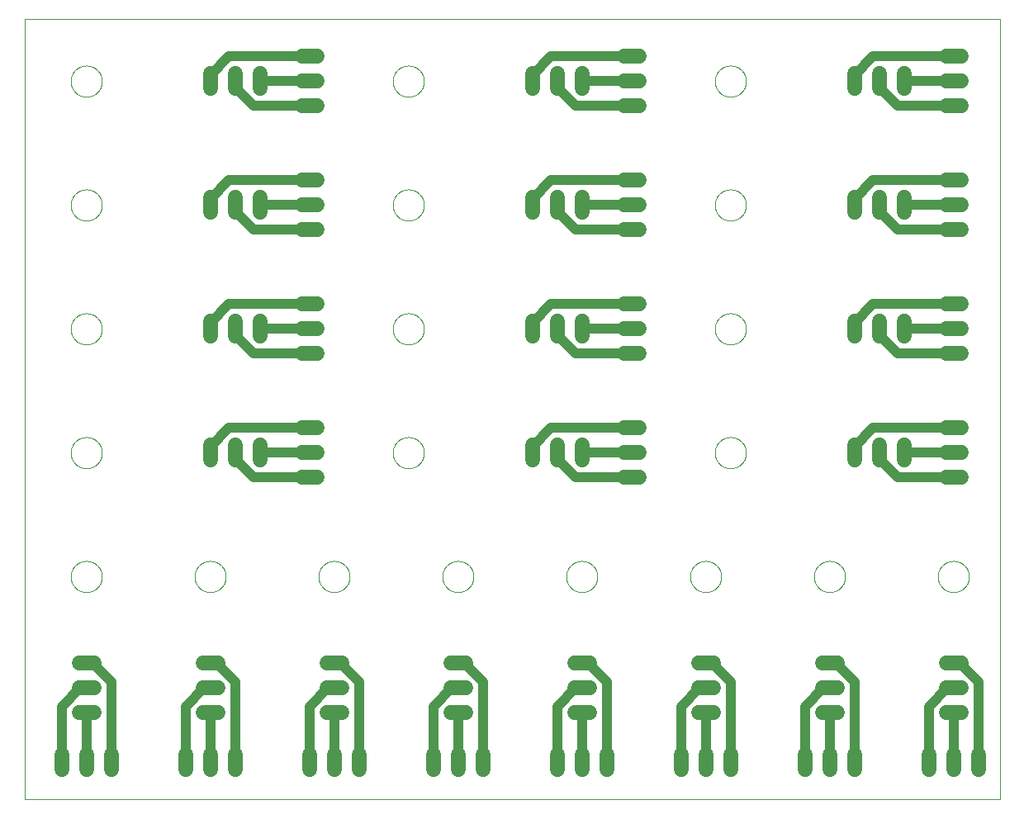
<source format=gtl>
G75*
%MOIN*%
%OFA0B0*%
%FSLAX25Y25*%
%IPPOS*%
%LPD*%
%AMOC8*
5,1,8,0,0,1.08239X$1,22.5*
%
%ADD10C,0.00000*%
%ADD11C,0.06000*%
%ADD12C,0.04000*%
D10*
X0002600Y0002600D02*
X0002600Y0317561D01*
X0396301Y0317561D01*
X0396301Y0002600D01*
X0002600Y0002600D01*
X0021301Y0092600D02*
X0021303Y0092758D01*
X0021309Y0092916D01*
X0021319Y0093074D01*
X0021333Y0093232D01*
X0021351Y0093389D01*
X0021372Y0093546D01*
X0021398Y0093702D01*
X0021428Y0093858D01*
X0021461Y0094013D01*
X0021499Y0094166D01*
X0021540Y0094319D01*
X0021585Y0094471D01*
X0021634Y0094622D01*
X0021687Y0094771D01*
X0021743Y0094919D01*
X0021803Y0095065D01*
X0021867Y0095210D01*
X0021935Y0095353D01*
X0022006Y0095495D01*
X0022080Y0095635D01*
X0022158Y0095772D01*
X0022240Y0095908D01*
X0022324Y0096042D01*
X0022413Y0096173D01*
X0022504Y0096302D01*
X0022599Y0096429D01*
X0022696Y0096554D01*
X0022797Y0096676D01*
X0022901Y0096795D01*
X0023008Y0096912D01*
X0023118Y0097026D01*
X0023231Y0097137D01*
X0023346Y0097246D01*
X0023464Y0097351D01*
X0023585Y0097453D01*
X0023708Y0097553D01*
X0023834Y0097649D01*
X0023962Y0097742D01*
X0024092Y0097832D01*
X0024225Y0097918D01*
X0024360Y0098002D01*
X0024496Y0098081D01*
X0024635Y0098158D01*
X0024776Y0098230D01*
X0024918Y0098300D01*
X0025062Y0098365D01*
X0025208Y0098427D01*
X0025355Y0098485D01*
X0025504Y0098540D01*
X0025654Y0098591D01*
X0025805Y0098638D01*
X0025957Y0098681D01*
X0026110Y0098720D01*
X0026265Y0098756D01*
X0026420Y0098787D01*
X0026576Y0098815D01*
X0026732Y0098839D01*
X0026889Y0098859D01*
X0027047Y0098875D01*
X0027204Y0098887D01*
X0027363Y0098895D01*
X0027521Y0098899D01*
X0027679Y0098899D01*
X0027837Y0098895D01*
X0027996Y0098887D01*
X0028153Y0098875D01*
X0028311Y0098859D01*
X0028468Y0098839D01*
X0028624Y0098815D01*
X0028780Y0098787D01*
X0028935Y0098756D01*
X0029090Y0098720D01*
X0029243Y0098681D01*
X0029395Y0098638D01*
X0029546Y0098591D01*
X0029696Y0098540D01*
X0029845Y0098485D01*
X0029992Y0098427D01*
X0030138Y0098365D01*
X0030282Y0098300D01*
X0030424Y0098230D01*
X0030565Y0098158D01*
X0030704Y0098081D01*
X0030840Y0098002D01*
X0030975Y0097918D01*
X0031108Y0097832D01*
X0031238Y0097742D01*
X0031366Y0097649D01*
X0031492Y0097553D01*
X0031615Y0097453D01*
X0031736Y0097351D01*
X0031854Y0097246D01*
X0031969Y0097137D01*
X0032082Y0097026D01*
X0032192Y0096912D01*
X0032299Y0096795D01*
X0032403Y0096676D01*
X0032504Y0096554D01*
X0032601Y0096429D01*
X0032696Y0096302D01*
X0032787Y0096173D01*
X0032876Y0096042D01*
X0032960Y0095908D01*
X0033042Y0095772D01*
X0033120Y0095635D01*
X0033194Y0095495D01*
X0033265Y0095353D01*
X0033333Y0095210D01*
X0033397Y0095065D01*
X0033457Y0094919D01*
X0033513Y0094771D01*
X0033566Y0094622D01*
X0033615Y0094471D01*
X0033660Y0094319D01*
X0033701Y0094166D01*
X0033739Y0094013D01*
X0033772Y0093858D01*
X0033802Y0093702D01*
X0033828Y0093546D01*
X0033849Y0093389D01*
X0033867Y0093232D01*
X0033881Y0093074D01*
X0033891Y0092916D01*
X0033897Y0092758D01*
X0033899Y0092600D01*
X0033897Y0092442D01*
X0033891Y0092284D01*
X0033881Y0092126D01*
X0033867Y0091968D01*
X0033849Y0091811D01*
X0033828Y0091654D01*
X0033802Y0091498D01*
X0033772Y0091342D01*
X0033739Y0091187D01*
X0033701Y0091034D01*
X0033660Y0090881D01*
X0033615Y0090729D01*
X0033566Y0090578D01*
X0033513Y0090429D01*
X0033457Y0090281D01*
X0033397Y0090135D01*
X0033333Y0089990D01*
X0033265Y0089847D01*
X0033194Y0089705D01*
X0033120Y0089565D01*
X0033042Y0089428D01*
X0032960Y0089292D01*
X0032876Y0089158D01*
X0032787Y0089027D01*
X0032696Y0088898D01*
X0032601Y0088771D01*
X0032504Y0088646D01*
X0032403Y0088524D01*
X0032299Y0088405D01*
X0032192Y0088288D01*
X0032082Y0088174D01*
X0031969Y0088063D01*
X0031854Y0087954D01*
X0031736Y0087849D01*
X0031615Y0087747D01*
X0031492Y0087647D01*
X0031366Y0087551D01*
X0031238Y0087458D01*
X0031108Y0087368D01*
X0030975Y0087282D01*
X0030840Y0087198D01*
X0030704Y0087119D01*
X0030565Y0087042D01*
X0030424Y0086970D01*
X0030282Y0086900D01*
X0030138Y0086835D01*
X0029992Y0086773D01*
X0029845Y0086715D01*
X0029696Y0086660D01*
X0029546Y0086609D01*
X0029395Y0086562D01*
X0029243Y0086519D01*
X0029090Y0086480D01*
X0028935Y0086444D01*
X0028780Y0086413D01*
X0028624Y0086385D01*
X0028468Y0086361D01*
X0028311Y0086341D01*
X0028153Y0086325D01*
X0027996Y0086313D01*
X0027837Y0086305D01*
X0027679Y0086301D01*
X0027521Y0086301D01*
X0027363Y0086305D01*
X0027204Y0086313D01*
X0027047Y0086325D01*
X0026889Y0086341D01*
X0026732Y0086361D01*
X0026576Y0086385D01*
X0026420Y0086413D01*
X0026265Y0086444D01*
X0026110Y0086480D01*
X0025957Y0086519D01*
X0025805Y0086562D01*
X0025654Y0086609D01*
X0025504Y0086660D01*
X0025355Y0086715D01*
X0025208Y0086773D01*
X0025062Y0086835D01*
X0024918Y0086900D01*
X0024776Y0086970D01*
X0024635Y0087042D01*
X0024496Y0087119D01*
X0024360Y0087198D01*
X0024225Y0087282D01*
X0024092Y0087368D01*
X0023962Y0087458D01*
X0023834Y0087551D01*
X0023708Y0087647D01*
X0023585Y0087747D01*
X0023464Y0087849D01*
X0023346Y0087954D01*
X0023231Y0088063D01*
X0023118Y0088174D01*
X0023008Y0088288D01*
X0022901Y0088405D01*
X0022797Y0088524D01*
X0022696Y0088646D01*
X0022599Y0088771D01*
X0022504Y0088898D01*
X0022413Y0089027D01*
X0022324Y0089158D01*
X0022240Y0089292D01*
X0022158Y0089428D01*
X0022080Y0089565D01*
X0022006Y0089705D01*
X0021935Y0089847D01*
X0021867Y0089990D01*
X0021803Y0090135D01*
X0021743Y0090281D01*
X0021687Y0090429D01*
X0021634Y0090578D01*
X0021585Y0090729D01*
X0021540Y0090881D01*
X0021499Y0091034D01*
X0021461Y0091187D01*
X0021428Y0091342D01*
X0021398Y0091498D01*
X0021372Y0091654D01*
X0021351Y0091811D01*
X0021333Y0091968D01*
X0021319Y0092126D01*
X0021309Y0092284D01*
X0021303Y0092442D01*
X0021301Y0092600D01*
X0071301Y0092600D02*
X0071303Y0092758D01*
X0071309Y0092916D01*
X0071319Y0093074D01*
X0071333Y0093232D01*
X0071351Y0093389D01*
X0071372Y0093546D01*
X0071398Y0093702D01*
X0071428Y0093858D01*
X0071461Y0094013D01*
X0071499Y0094166D01*
X0071540Y0094319D01*
X0071585Y0094471D01*
X0071634Y0094622D01*
X0071687Y0094771D01*
X0071743Y0094919D01*
X0071803Y0095065D01*
X0071867Y0095210D01*
X0071935Y0095353D01*
X0072006Y0095495D01*
X0072080Y0095635D01*
X0072158Y0095772D01*
X0072240Y0095908D01*
X0072324Y0096042D01*
X0072413Y0096173D01*
X0072504Y0096302D01*
X0072599Y0096429D01*
X0072696Y0096554D01*
X0072797Y0096676D01*
X0072901Y0096795D01*
X0073008Y0096912D01*
X0073118Y0097026D01*
X0073231Y0097137D01*
X0073346Y0097246D01*
X0073464Y0097351D01*
X0073585Y0097453D01*
X0073708Y0097553D01*
X0073834Y0097649D01*
X0073962Y0097742D01*
X0074092Y0097832D01*
X0074225Y0097918D01*
X0074360Y0098002D01*
X0074496Y0098081D01*
X0074635Y0098158D01*
X0074776Y0098230D01*
X0074918Y0098300D01*
X0075062Y0098365D01*
X0075208Y0098427D01*
X0075355Y0098485D01*
X0075504Y0098540D01*
X0075654Y0098591D01*
X0075805Y0098638D01*
X0075957Y0098681D01*
X0076110Y0098720D01*
X0076265Y0098756D01*
X0076420Y0098787D01*
X0076576Y0098815D01*
X0076732Y0098839D01*
X0076889Y0098859D01*
X0077047Y0098875D01*
X0077204Y0098887D01*
X0077363Y0098895D01*
X0077521Y0098899D01*
X0077679Y0098899D01*
X0077837Y0098895D01*
X0077996Y0098887D01*
X0078153Y0098875D01*
X0078311Y0098859D01*
X0078468Y0098839D01*
X0078624Y0098815D01*
X0078780Y0098787D01*
X0078935Y0098756D01*
X0079090Y0098720D01*
X0079243Y0098681D01*
X0079395Y0098638D01*
X0079546Y0098591D01*
X0079696Y0098540D01*
X0079845Y0098485D01*
X0079992Y0098427D01*
X0080138Y0098365D01*
X0080282Y0098300D01*
X0080424Y0098230D01*
X0080565Y0098158D01*
X0080704Y0098081D01*
X0080840Y0098002D01*
X0080975Y0097918D01*
X0081108Y0097832D01*
X0081238Y0097742D01*
X0081366Y0097649D01*
X0081492Y0097553D01*
X0081615Y0097453D01*
X0081736Y0097351D01*
X0081854Y0097246D01*
X0081969Y0097137D01*
X0082082Y0097026D01*
X0082192Y0096912D01*
X0082299Y0096795D01*
X0082403Y0096676D01*
X0082504Y0096554D01*
X0082601Y0096429D01*
X0082696Y0096302D01*
X0082787Y0096173D01*
X0082876Y0096042D01*
X0082960Y0095908D01*
X0083042Y0095772D01*
X0083120Y0095635D01*
X0083194Y0095495D01*
X0083265Y0095353D01*
X0083333Y0095210D01*
X0083397Y0095065D01*
X0083457Y0094919D01*
X0083513Y0094771D01*
X0083566Y0094622D01*
X0083615Y0094471D01*
X0083660Y0094319D01*
X0083701Y0094166D01*
X0083739Y0094013D01*
X0083772Y0093858D01*
X0083802Y0093702D01*
X0083828Y0093546D01*
X0083849Y0093389D01*
X0083867Y0093232D01*
X0083881Y0093074D01*
X0083891Y0092916D01*
X0083897Y0092758D01*
X0083899Y0092600D01*
X0083897Y0092442D01*
X0083891Y0092284D01*
X0083881Y0092126D01*
X0083867Y0091968D01*
X0083849Y0091811D01*
X0083828Y0091654D01*
X0083802Y0091498D01*
X0083772Y0091342D01*
X0083739Y0091187D01*
X0083701Y0091034D01*
X0083660Y0090881D01*
X0083615Y0090729D01*
X0083566Y0090578D01*
X0083513Y0090429D01*
X0083457Y0090281D01*
X0083397Y0090135D01*
X0083333Y0089990D01*
X0083265Y0089847D01*
X0083194Y0089705D01*
X0083120Y0089565D01*
X0083042Y0089428D01*
X0082960Y0089292D01*
X0082876Y0089158D01*
X0082787Y0089027D01*
X0082696Y0088898D01*
X0082601Y0088771D01*
X0082504Y0088646D01*
X0082403Y0088524D01*
X0082299Y0088405D01*
X0082192Y0088288D01*
X0082082Y0088174D01*
X0081969Y0088063D01*
X0081854Y0087954D01*
X0081736Y0087849D01*
X0081615Y0087747D01*
X0081492Y0087647D01*
X0081366Y0087551D01*
X0081238Y0087458D01*
X0081108Y0087368D01*
X0080975Y0087282D01*
X0080840Y0087198D01*
X0080704Y0087119D01*
X0080565Y0087042D01*
X0080424Y0086970D01*
X0080282Y0086900D01*
X0080138Y0086835D01*
X0079992Y0086773D01*
X0079845Y0086715D01*
X0079696Y0086660D01*
X0079546Y0086609D01*
X0079395Y0086562D01*
X0079243Y0086519D01*
X0079090Y0086480D01*
X0078935Y0086444D01*
X0078780Y0086413D01*
X0078624Y0086385D01*
X0078468Y0086361D01*
X0078311Y0086341D01*
X0078153Y0086325D01*
X0077996Y0086313D01*
X0077837Y0086305D01*
X0077679Y0086301D01*
X0077521Y0086301D01*
X0077363Y0086305D01*
X0077204Y0086313D01*
X0077047Y0086325D01*
X0076889Y0086341D01*
X0076732Y0086361D01*
X0076576Y0086385D01*
X0076420Y0086413D01*
X0076265Y0086444D01*
X0076110Y0086480D01*
X0075957Y0086519D01*
X0075805Y0086562D01*
X0075654Y0086609D01*
X0075504Y0086660D01*
X0075355Y0086715D01*
X0075208Y0086773D01*
X0075062Y0086835D01*
X0074918Y0086900D01*
X0074776Y0086970D01*
X0074635Y0087042D01*
X0074496Y0087119D01*
X0074360Y0087198D01*
X0074225Y0087282D01*
X0074092Y0087368D01*
X0073962Y0087458D01*
X0073834Y0087551D01*
X0073708Y0087647D01*
X0073585Y0087747D01*
X0073464Y0087849D01*
X0073346Y0087954D01*
X0073231Y0088063D01*
X0073118Y0088174D01*
X0073008Y0088288D01*
X0072901Y0088405D01*
X0072797Y0088524D01*
X0072696Y0088646D01*
X0072599Y0088771D01*
X0072504Y0088898D01*
X0072413Y0089027D01*
X0072324Y0089158D01*
X0072240Y0089292D01*
X0072158Y0089428D01*
X0072080Y0089565D01*
X0072006Y0089705D01*
X0071935Y0089847D01*
X0071867Y0089990D01*
X0071803Y0090135D01*
X0071743Y0090281D01*
X0071687Y0090429D01*
X0071634Y0090578D01*
X0071585Y0090729D01*
X0071540Y0090881D01*
X0071499Y0091034D01*
X0071461Y0091187D01*
X0071428Y0091342D01*
X0071398Y0091498D01*
X0071372Y0091654D01*
X0071351Y0091811D01*
X0071333Y0091968D01*
X0071319Y0092126D01*
X0071309Y0092284D01*
X0071303Y0092442D01*
X0071301Y0092600D01*
X0121301Y0092600D02*
X0121303Y0092758D01*
X0121309Y0092916D01*
X0121319Y0093074D01*
X0121333Y0093232D01*
X0121351Y0093389D01*
X0121372Y0093546D01*
X0121398Y0093702D01*
X0121428Y0093858D01*
X0121461Y0094013D01*
X0121499Y0094166D01*
X0121540Y0094319D01*
X0121585Y0094471D01*
X0121634Y0094622D01*
X0121687Y0094771D01*
X0121743Y0094919D01*
X0121803Y0095065D01*
X0121867Y0095210D01*
X0121935Y0095353D01*
X0122006Y0095495D01*
X0122080Y0095635D01*
X0122158Y0095772D01*
X0122240Y0095908D01*
X0122324Y0096042D01*
X0122413Y0096173D01*
X0122504Y0096302D01*
X0122599Y0096429D01*
X0122696Y0096554D01*
X0122797Y0096676D01*
X0122901Y0096795D01*
X0123008Y0096912D01*
X0123118Y0097026D01*
X0123231Y0097137D01*
X0123346Y0097246D01*
X0123464Y0097351D01*
X0123585Y0097453D01*
X0123708Y0097553D01*
X0123834Y0097649D01*
X0123962Y0097742D01*
X0124092Y0097832D01*
X0124225Y0097918D01*
X0124360Y0098002D01*
X0124496Y0098081D01*
X0124635Y0098158D01*
X0124776Y0098230D01*
X0124918Y0098300D01*
X0125062Y0098365D01*
X0125208Y0098427D01*
X0125355Y0098485D01*
X0125504Y0098540D01*
X0125654Y0098591D01*
X0125805Y0098638D01*
X0125957Y0098681D01*
X0126110Y0098720D01*
X0126265Y0098756D01*
X0126420Y0098787D01*
X0126576Y0098815D01*
X0126732Y0098839D01*
X0126889Y0098859D01*
X0127047Y0098875D01*
X0127204Y0098887D01*
X0127363Y0098895D01*
X0127521Y0098899D01*
X0127679Y0098899D01*
X0127837Y0098895D01*
X0127996Y0098887D01*
X0128153Y0098875D01*
X0128311Y0098859D01*
X0128468Y0098839D01*
X0128624Y0098815D01*
X0128780Y0098787D01*
X0128935Y0098756D01*
X0129090Y0098720D01*
X0129243Y0098681D01*
X0129395Y0098638D01*
X0129546Y0098591D01*
X0129696Y0098540D01*
X0129845Y0098485D01*
X0129992Y0098427D01*
X0130138Y0098365D01*
X0130282Y0098300D01*
X0130424Y0098230D01*
X0130565Y0098158D01*
X0130704Y0098081D01*
X0130840Y0098002D01*
X0130975Y0097918D01*
X0131108Y0097832D01*
X0131238Y0097742D01*
X0131366Y0097649D01*
X0131492Y0097553D01*
X0131615Y0097453D01*
X0131736Y0097351D01*
X0131854Y0097246D01*
X0131969Y0097137D01*
X0132082Y0097026D01*
X0132192Y0096912D01*
X0132299Y0096795D01*
X0132403Y0096676D01*
X0132504Y0096554D01*
X0132601Y0096429D01*
X0132696Y0096302D01*
X0132787Y0096173D01*
X0132876Y0096042D01*
X0132960Y0095908D01*
X0133042Y0095772D01*
X0133120Y0095635D01*
X0133194Y0095495D01*
X0133265Y0095353D01*
X0133333Y0095210D01*
X0133397Y0095065D01*
X0133457Y0094919D01*
X0133513Y0094771D01*
X0133566Y0094622D01*
X0133615Y0094471D01*
X0133660Y0094319D01*
X0133701Y0094166D01*
X0133739Y0094013D01*
X0133772Y0093858D01*
X0133802Y0093702D01*
X0133828Y0093546D01*
X0133849Y0093389D01*
X0133867Y0093232D01*
X0133881Y0093074D01*
X0133891Y0092916D01*
X0133897Y0092758D01*
X0133899Y0092600D01*
X0133897Y0092442D01*
X0133891Y0092284D01*
X0133881Y0092126D01*
X0133867Y0091968D01*
X0133849Y0091811D01*
X0133828Y0091654D01*
X0133802Y0091498D01*
X0133772Y0091342D01*
X0133739Y0091187D01*
X0133701Y0091034D01*
X0133660Y0090881D01*
X0133615Y0090729D01*
X0133566Y0090578D01*
X0133513Y0090429D01*
X0133457Y0090281D01*
X0133397Y0090135D01*
X0133333Y0089990D01*
X0133265Y0089847D01*
X0133194Y0089705D01*
X0133120Y0089565D01*
X0133042Y0089428D01*
X0132960Y0089292D01*
X0132876Y0089158D01*
X0132787Y0089027D01*
X0132696Y0088898D01*
X0132601Y0088771D01*
X0132504Y0088646D01*
X0132403Y0088524D01*
X0132299Y0088405D01*
X0132192Y0088288D01*
X0132082Y0088174D01*
X0131969Y0088063D01*
X0131854Y0087954D01*
X0131736Y0087849D01*
X0131615Y0087747D01*
X0131492Y0087647D01*
X0131366Y0087551D01*
X0131238Y0087458D01*
X0131108Y0087368D01*
X0130975Y0087282D01*
X0130840Y0087198D01*
X0130704Y0087119D01*
X0130565Y0087042D01*
X0130424Y0086970D01*
X0130282Y0086900D01*
X0130138Y0086835D01*
X0129992Y0086773D01*
X0129845Y0086715D01*
X0129696Y0086660D01*
X0129546Y0086609D01*
X0129395Y0086562D01*
X0129243Y0086519D01*
X0129090Y0086480D01*
X0128935Y0086444D01*
X0128780Y0086413D01*
X0128624Y0086385D01*
X0128468Y0086361D01*
X0128311Y0086341D01*
X0128153Y0086325D01*
X0127996Y0086313D01*
X0127837Y0086305D01*
X0127679Y0086301D01*
X0127521Y0086301D01*
X0127363Y0086305D01*
X0127204Y0086313D01*
X0127047Y0086325D01*
X0126889Y0086341D01*
X0126732Y0086361D01*
X0126576Y0086385D01*
X0126420Y0086413D01*
X0126265Y0086444D01*
X0126110Y0086480D01*
X0125957Y0086519D01*
X0125805Y0086562D01*
X0125654Y0086609D01*
X0125504Y0086660D01*
X0125355Y0086715D01*
X0125208Y0086773D01*
X0125062Y0086835D01*
X0124918Y0086900D01*
X0124776Y0086970D01*
X0124635Y0087042D01*
X0124496Y0087119D01*
X0124360Y0087198D01*
X0124225Y0087282D01*
X0124092Y0087368D01*
X0123962Y0087458D01*
X0123834Y0087551D01*
X0123708Y0087647D01*
X0123585Y0087747D01*
X0123464Y0087849D01*
X0123346Y0087954D01*
X0123231Y0088063D01*
X0123118Y0088174D01*
X0123008Y0088288D01*
X0122901Y0088405D01*
X0122797Y0088524D01*
X0122696Y0088646D01*
X0122599Y0088771D01*
X0122504Y0088898D01*
X0122413Y0089027D01*
X0122324Y0089158D01*
X0122240Y0089292D01*
X0122158Y0089428D01*
X0122080Y0089565D01*
X0122006Y0089705D01*
X0121935Y0089847D01*
X0121867Y0089990D01*
X0121803Y0090135D01*
X0121743Y0090281D01*
X0121687Y0090429D01*
X0121634Y0090578D01*
X0121585Y0090729D01*
X0121540Y0090881D01*
X0121499Y0091034D01*
X0121461Y0091187D01*
X0121428Y0091342D01*
X0121398Y0091498D01*
X0121372Y0091654D01*
X0121351Y0091811D01*
X0121333Y0091968D01*
X0121319Y0092126D01*
X0121309Y0092284D01*
X0121303Y0092442D01*
X0121301Y0092600D01*
X0171301Y0092600D02*
X0171303Y0092758D01*
X0171309Y0092916D01*
X0171319Y0093074D01*
X0171333Y0093232D01*
X0171351Y0093389D01*
X0171372Y0093546D01*
X0171398Y0093702D01*
X0171428Y0093858D01*
X0171461Y0094013D01*
X0171499Y0094166D01*
X0171540Y0094319D01*
X0171585Y0094471D01*
X0171634Y0094622D01*
X0171687Y0094771D01*
X0171743Y0094919D01*
X0171803Y0095065D01*
X0171867Y0095210D01*
X0171935Y0095353D01*
X0172006Y0095495D01*
X0172080Y0095635D01*
X0172158Y0095772D01*
X0172240Y0095908D01*
X0172324Y0096042D01*
X0172413Y0096173D01*
X0172504Y0096302D01*
X0172599Y0096429D01*
X0172696Y0096554D01*
X0172797Y0096676D01*
X0172901Y0096795D01*
X0173008Y0096912D01*
X0173118Y0097026D01*
X0173231Y0097137D01*
X0173346Y0097246D01*
X0173464Y0097351D01*
X0173585Y0097453D01*
X0173708Y0097553D01*
X0173834Y0097649D01*
X0173962Y0097742D01*
X0174092Y0097832D01*
X0174225Y0097918D01*
X0174360Y0098002D01*
X0174496Y0098081D01*
X0174635Y0098158D01*
X0174776Y0098230D01*
X0174918Y0098300D01*
X0175062Y0098365D01*
X0175208Y0098427D01*
X0175355Y0098485D01*
X0175504Y0098540D01*
X0175654Y0098591D01*
X0175805Y0098638D01*
X0175957Y0098681D01*
X0176110Y0098720D01*
X0176265Y0098756D01*
X0176420Y0098787D01*
X0176576Y0098815D01*
X0176732Y0098839D01*
X0176889Y0098859D01*
X0177047Y0098875D01*
X0177204Y0098887D01*
X0177363Y0098895D01*
X0177521Y0098899D01*
X0177679Y0098899D01*
X0177837Y0098895D01*
X0177996Y0098887D01*
X0178153Y0098875D01*
X0178311Y0098859D01*
X0178468Y0098839D01*
X0178624Y0098815D01*
X0178780Y0098787D01*
X0178935Y0098756D01*
X0179090Y0098720D01*
X0179243Y0098681D01*
X0179395Y0098638D01*
X0179546Y0098591D01*
X0179696Y0098540D01*
X0179845Y0098485D01*
X0179992Y0098427D01*
X0180138Y0098365D01*
X0180282Y0098300D01*
X0180424Y0098230D01*
X0180565Y0098158D01*
X0180704Y0098081D01*
X0180840Y0098002D01*
X0180975Y0097918D01*
X0181108Y0097832D01*
X0181238Y0097742D01*
X0181366Y0097649D01*
X0181492Y0097553D01*
X0181615Y0097453D01*
X0181736Y0097351D01*
X0181854Y0097246D01*
X0181969Y0097137D01*
X0182082Y0097026D01*
X0182192Y0096912D01*
X0182299Y0096795D01*
X0182403Y0096676D01*
X0182504Y0096554D01*
X0182601Y0096429D01*
X0182696Y0096302D01*
X0182787Y0096173D01*
X0182876Y0096042D01*
X0182960Y0095908D01*
X0183042Y0095772D01*
X0183120Y0095635D01*
X0183194Y0095495D01*
X0183265Y0095353D01*
X0183333Y0095210D01*
X0183397Y0095065D01*
X0183457Y0094919D01*
X0183513Y0094771D01*
X0183566Y0094622D01*
X0183615Y0094471D01*
X0183660Y0094319D01*
X0183701Y0094166D01*
X0183739Y0094013D01*
X0183772Y0093858D01*
X0183802Y0093702D01*
X0183828Y0093546D01*
X0183849Y0093389D01*
X0183867Y0093232D01*
X0183881Y0093074D01*
X0183891Y0092916D01*
X0183897Y0092758D01*
X0183899Y0092600D01*
X0183897Y0092442D01*
X0183891Y0092284D01*
X0183881Y0092126D01*
X0183867Y0091968D01*
X0183849Y0091811D01*
X0183828Y0091654D01*
X0183802Y0091498D01*
X0183772Y0091342D01*
X0183739Y0091187D01*
X0183701Y0091034D01*
X0183660Y0090881D01*
X0183615Y0090729D01*
X0183566Y0090578D01*
X0183513Y0090429D01*
X0183457Y0090281D01*
X0183397Y0090135D01*
X0183333Y0089990D01*
X0183265Y0089847D01*
X0183194Y0089705D01*
X0183120Y0089565D01*
X0183042Y0089428D01*
X0182960Y0089292D01*
X0182876Y0089158D01*
X0182787Y0089027D01*
X0182696Y0088898D01*
X0182601Y0088771D01*
X0182504Y0088646D01*
X0182403Y0088524D01*
X0182299Y0088405D01*
X0182192Y0088288D01*
X0182082Y0088174D01*
X0181969Y0088063D01*
X0181854Y0087954D01*
X0181736Y0087849D01*
X0181615Y0087747D01*
X0181492Y0087647D01*
X0181366Y0087551D01*
X0181238Y0087458D01*
X0181108Y0087368D01*
X0180975Y0087282D01*
X0180840Y0087198D01*
X0180704Y0087119D01*
X0180565Y0087042D01*
X0180424Y0086970D01*
X0180282Y0086900D01*
X0180138Y0086835D01*
X0179992Y0086773D01*
X0179845Y0086715D01*
X0179696Y0086660D01*
X0179546Y0086609D01*
X0179395Y0086562D01*
X0179243Y0086519D01*
X0179090Y0086480D01*
X0178935Y0086444D01*
X0178780Y0086413D01*
X0178624Y0086385D01*
X0178468Y0086361D01*
X0178311Y0086341D01*
X0178153Y0086325D01*
X0177996Y0086313D01*
X0177837Y0086305D01*
X0177679Y0086301D01*
X0177521Y0086301D01*
X0177363Y0086305D01*
X0177204Y0086313D01*
X0177047Y0086325D01*
X0176889Y0086341D01*
X0176732Y0086361D01*
X0176576Y0086385D01*
X0176420Y0086413D01*
X0176265Y0086444D01*
X0176110Y0086480D01*
X0175957Y0086519D01*
X0175805Y0086562D01*
X0175654Y0086609D01*
X0175504Y0086660D01*
X0175355Y0086715D01*
X0175208Y0086773D01*
X0175062Y0086835D01*
X0174918Y0086900D01*
X0174776Y0086970D01*
X0174635Y0087042D01*
X0174496Y0087119D01*
X0174360Y0087198D01*
X0174225Y0087282D01*
X0174092Y0087368D01*
X0173962Y0087458D01*
X0173834Y0087551D01*
X0173708Y0087647D01*
X0173585Y0087747D01*
X0173464Y0087849D01*
X0173346Y0087954D01*
X0173231Y0088063D01*
X0173118Y0088174D01*
X0173008Y0088288D01*
X0172901Y0088405D01*
X0172797Y0088524D01*
X0172696Y0088646D01*
X0172599Y0088771D01*
X0172504Y0088898D01*
X0172413Y0089027D01*
X0172324Y0089158D01*
X0172240Y0089292D01*
X0172158Y0089428D01*
X0172080Y0089565D01*
X0172006Y0089705D01*
X0171935Y0089847D01*
X0171867Y0089990D01*
X0171803Y0090135D01*
X0171743Y0090281D01*
X0171687Y0090429D01*
X0171634Y0090578D01*
X0171585Y0090729D01*
X0171540Y0090881D01*
X0171499Y0091034D01*
X0171461Y0091187D01*
X0171428Y0091342D01*
X0171398Y0091498D01*
X0171372Y0091654D01*
X0171351Y0091811D01*
X0171333Y0091968D01*
X0171319Y0092126D01*
X0171309Y0092284D01*
X0171303Y0092442D01*
X0171301Y0092600D01*
X0221301Y0092600D02*
X0221303Y0092758D01*
X0221309Y0092916D01*
X0221319Y0093074D01*
X0221333Y0093232D01*
X0221351Y0093389D01*
X0221372Y0093546D01*
X0221398Y0093702D01*
X0221428Y0093858D01*
X0221461Y0094013D01*
X0221499Y0094166D01*
X0221540Y0094319D01*
X0221585Y0094471D01*
X0221634Y0094622D01*
X0221687Y0094771D01*
X0221743Y0094919D01*
X0221803Y0095065D01*
X0221867Y0095210D01*
X0221935Y0095353D01*
X0222006Y0095495D01*
X0222080Y0095635D01*
X0222158Y0095772D01*
X0222240Y0095908D01*
X0222324Y0096042D01*
X0222413Y0096173D01*
X0222504Y0096302D01*
X0222599Y0096429D01*
X0222696Y0096554D01*
X0222797Y0096676D01*
X0222901Y0096795D01*
X0223008Y0096912D01*
X0223118Y0097026D01*
X0223231Y0097137D01*
X0223346Y0097246D01*
X0223464Y0097351D01*
X0223585Y0097453D01*
X0223708Y0097553D01*
X0223834Y0097649D01*
X0223962Y0097742D01*
X0224092Y0097832D01*
X0224225Y0097918D01*
X0224360Y0098002D01*
X0224496Y0098081D01*
X0224635Y0098158D01*
X0224776Y0098230D01*
X0224918Y0098300D01*
X0225062Y0098365D01*
X0225208Y0098427D01*
X0225355Y0098485D01*
X0225504Y0098540D01*
X0225654Y0098591D01*
X0225805Y0098638D01*
X0225957Y0098681D01*
X0226110Y0098720D01*
X0226265Y0098756D01*
X0226420Y0098787D01*
X0226576Y0098815D01*
X0226732Y0098839D01*
X0226889Y0098859D01*
X0227047Y0098875D01*
X0227204Y0098887D01*
X0227363Y0098895D01*
X0227521Y0098899D01*
X0227679Y0098899D01*
X0227837Y0098895D01*
X0227996Y0098887D01*
X0228153Y0098875D01*
X0228311Y0098859D01*
X0228468Y0098839D01*
X0228624Y0098815D01*
X0228780Y0098787D01*
X0228935Y0098756D01*
X0229090Y0098720D01*
X0229243Y0098681D01*
X0229395Y0098638D01*
X0229546Y0098591D01*
X0229696Y0098540D01*
X0229845Y0098485D01*
X0229992Y0098427D01*
X0230138Y0098365D01*
X0230282Y0098300D01*
X0230424Y0098230D01*
X0230565Y0098158D01*
X0230704Y0098081D01*
X0230840Y0098002D01*
X0230975Y0097918D01*
X0231108Y0097832D01*
X0231238Y0097742D01*
X0231366Y0097649D01*
X0231492Y0097553D01*
X0231615Y0097453D01*
X0231736Y0097351D01*
X0231854Y0097246D01*
X0231969Y0097137D01*
X0232082Y0097026D01*
X0232192Y0096912D01*
X0232299Y0096795D01*
X0232403Y0096676D01*
X0232504Y0096554D01*
X0232601Y0096429D01*
X0232696Y0096302D01*
X0232787Y0096173D01*
X0232876Y0096042D01*
X0232960Y0095908D01*
X0233042Y0095772D01*
X0233120Y0095635D01*
X0233194Y0095495D01*
X0233265Y0095353D01*
X0233333Y0095210D01*
X0233397Y0095065D01*
X0233457Y0094919D01*
X0233513Y0094771D01*
X0233566Y0094622D01*
X0233615Y0094471D01*
X0233660Y0094319D01*
X0233701Y0094166D01*
X0233739Y0094013D01*
X0233772Y0093858D01*
X0233802Y0093702D01*
X0233828Y0093546D01*
X0233849Y0093389D01*
X0233867Y0093232D01*
X0233881Y0093074D01*
X0233891Y0092916D01*
X0233897Y0092758D01*
X0233899Y0092600D01*
X0233897Y0092442D01*
X0233891Y0092284D01*
X0233881Y0092126D01*
X0233867Y0091968D01*
X0233849Y0091811D01*
X0233828Y0091654D01*
X0233802Y0091498D01*
X0233772Y0091342D01*
X0233739Y0091187D01*
X0233701Y0091034D01*
X0233660Y0090881D01*
X0233615Y0090729D01*
X0233566Y0090578D01*
X0233513Y0090429D01*
X0233457Y0090281D01*
X0233397Y0090135D01*
X0233333Y0089990D01*
X0233265Y0089847D01*
X0233194Y0089705D01*
X0233120Y0089565D01*
X0233042Y0089428D01*
X0232960Y0089292D01*
X0232876Y0089158D01*
X0232787Y0089027D01*
X0232696Y0088898D01*
X0232601Y0088771D01*
X0232504Y0088646D01*
X0232403Y0088524D01*
X0232299Y0088405D01*
X0232192Y0088288D01*
X0232082Y0088174D01*
X0231969Y0088063D01*
X0231854Y0087954D01*
X0231736Y0087849D01*
X0231615Y0087747D01*
X0231492Y0087647D01*
X0231366Y0087551D01*
X0231238Y0087458D01*
X0231108Y0087368D01*
X0230975Y0087282D01*
X0230840Y0087198D01*
X0230704Y0087119D01*
X0230565Y0087042D01*
X0230424Y0086970D01*
X0230282Y0086900D01*
X0230138Y0086835D01*
X0229992Y0086773D01*
X0229845Y0086715D01*
X0229696Y0086660D01*
X0229546Y0086609D01*
X0229395Y0086562D01*
X0229243Y0086519D01*
X0229090Y0086480D01*
X0228935Y0086444D01*
X0228780Y0086413D01*
X0228624Y0086385D01*
X0228468Y0086361D01*
X0228311Y0086341D01*
X0228153Y0086325D01*
X0227996Y0086313D01*
X0227837Y0086305D01*
X0227679Y0086301D01*
X0227521Y0086301D01*
X0227363Y0086305D01*
X0227204Y0086313D01*
X0227047Y0086325D01*
X0226889Y0086341D01*
X0226732Y0086361D01*
X0226576Y0086385D01*
X0226420Y0086413D01*
X0226265Y0086444D01*
X0226110Y0086480D01*
X0225957Y0086519D01*
X0225805Y0086562D01*
X0225654Y0086609D01*
X0225504Y0086660D01*
X0225355Y0086715D01*
X0225208Y0086773D01*
X0225062Y0086835D01*
X0224918Y0086900D01*
X0224776Y0086970D01*
X0224635Y0087042D01*
X0224496Y0087119D01*
X0224360Y0087198D01*
X0224225Y0087282D01*
X0224092Y0087368D01*
X0223962Y0087458D01*
X0223834Y0087551D01*
X0223708Y0087647D01*
X0223585Y0087747D01*
X0223464Y0087849D01*
X0223346Y0087954D01*
X0223231Y0088063D01*
X0223118Y0088174D01*
X0223008Y0088288D01*
X0222901Y0088405D01*
X0222797Y0088524D01*
X0222696Y0088646D01*
X0222599Y0088771D01*
X0222504Y0088898D01*
X0222413Y0089027D01*
X0222324Y0089158D01*
X0222240Y0089292D01*
X0222158Y0089428D01*
X0222080Y0089565D01*
X0222006Y0089705D01*
X0221935Y0089847D01*
X0221867Y0089990D01*
X0221803Y0090135D01*
X0221743Y0090281D01*
X0221687Y0090429D01*
X0221634Y0090578D01*
X0221585Y0090729D01*
X0221540Y0090881D01*
X0221499Y0091034D01*
X0221461Y0091187D01*
X0221428Y0091342D01*
X0221398Y0091498D01*
X0221372Y0091654D01*
X0221351Y0091811D01*
X0221333Y0091968D01*
X0221319Y0092126D01*
X0221309Y0092284D01*
X0221303Y0092442D01*
X0221301Y0092600D01*
X0271301Y0092600D02*
X0271303Y0092758D01*
X0271309Y0092916D01*
X0271319Y0093074D01*
X0271333Y0093232D01*
X0271351Y0093389D01*
X0271372Y0093546D01*
X0271398Y0093702D01*
X0271428Y0093858D01*
X0271461Y0094013D01*
X0271499Y0094166D01*
X0271540Y0094319D01*
X0271585Y0094471D01*
X0271634Y0094622D01*
X0271687Y0094771D01*
X0271743Y0094919D01*
X0271803Y0095065D01*
X0271867Y0095210D01*
X0271935Y0095353D01*
X0272006Y0095495D01*
X0272080Y0095635D01*
X0272158Y0095772D01*
X0272240Y0095908D01*
X0272324Y0096042D01*
X0272413Y0096173D01*
X0272504Y0096302D01*
X0272599Y0096429D01*
X0272696Y0096554D01*
X0272797Y0096676D01*
X0272901Y0096795D01*
X0273008Y0096912D01*
X0273118Y0097026D01*
X0273231Y0097137D01*
X0273346Y0097246D01*
X0273464Y0097351D01*
X0273585Y0097453D01*
X0273708Y0097553D01*
X0273834Y0097649D01*
X0273962Y0097742D01*
X0274092Y0097832D01*
X0274225Y0097918D01*
X0274360Y0098002D01*
X0274496Y0098081D01*
X0274635Y0098158D01*
X0274776Y0098230D01*
X0274918Y0098300D01*
X0275062Y0098365D01*
X0275208Y0098427D01*
X0275355Y0098485D01*
X0275504Y0098540D01*
X0275654Y0098591D01*
X0275805Y0098638D01*
X0275957Y0098681D01*
X0276110Y0098720D01*
X0276265Y0098756D01*
X0276420Y0098787D01*
X0276576Y0098815D01*
X0276732Y0098839D01*
X0276889Y0098859D01*
X0277047Y0098875D01*
X0277204Y0098887D01*
X0277363Y0098895D01*
X0277521Y0098899D01*
X0277679Y0098899D01*
X0277837Y0098895D01*
X0277996Y0098887D01*
X0278153Y0098875D01*
X0278311Y0098859D01*
X0278468Y0098839D01*
X0278624Y0098815D01*
X0278780Y0098787D01*
X0278935Y0098756D01*
X0279090Y0098720D01*
X0279243Y0098681D01*
X0279395Y0098638D01*
X0279546Y0098591D01*
X0279696Y0098540D01*
X0279845Y0098485D01*
X0279992Y0098427D01*
X0280138Y0098365D01*
X0280282Y0098300D01*
X0280424Y0098230D01*
X0280565Y0098158D01*
X0280704Y0098081D01*
X0280840Y0098002D01*
X0280975Y0097918D01*
X0281108Y0097832D01*
X0281238Y0097742D01*
X0281366Y0097649D01*
X0281492Y0097553D01*
X0281615Y0097453D01*
X0281736Y0097351D01*
X0281854Y0097246D01*
X0281969Y0097137D01*
X0282082Y0097026D01*
X0282192Y0096912D01*
X0282299Y0096795D01*
X0282403Y0096676D01*
X0282504Y0096554D01*
X0282601Y0096429D01*
X0282696Y0096302D01*
X0282787Y0096173D01*
X0282876Y0096042D01*
X0282960Y0095908D01*
X0283042Y0095772D01*
X0283120Y0095635D01*
X0283194Y0095495D01*
X0283265Y0095353D01*
X0283333Y0095210D01*
X0283397Y0095065D01*
X0283457Y0094919D01*
X0283513Y0094771D01*
X0283566Y0094622D01*
X0283615Y0094471D01*
X0283660Y0094319D01*
X0283701Y0094166D01*
X0283739Y0094013D01*
X0283772Y0093858D01*
X0283802Y0093702D01*
X0283828Y0093546D01*
X0283849Y0093389D01*
X0283867Y0093232D01*
X0283881Y0093074D01*
X0283891Y0092916D01*
X0283897Y0092758D01*
X0283899Y0092600D01*
X0283897Y0092442D01*
X0283891Y0092284D01*
X0283881Y0092126D01*
X0283867Y0091968D01*
X0283849Y0091811D01*
X0283828Y0091654D01*
X0283802Y0091498D01*
X0283772Y0091342D01*
X0283739Y0091187D01*
X0283701Y0091034D01*
X0283660Y0090881D01*
X0283615Y0090729D01*
X0283566Y0090578D01*
X0283513Y0090429D01*
X0283457Y0090281D01*
X0283397Y0090135D01*
X0283333Y0089990D01*
X0283265Y0089847D01*
X0283194Y0089705D01*
X0283120Y0089565D01*
X0283042Y0089428D01*
X0282960Y0089292D01*
X0282876Y0089158D01*
X0282787Y0089027D01*
X0282696Y0088898D01*
X0282601Y0088771D01*
X0282504Y0088646D01*
X0282403Y0088524D01*
X0282299Y0088405D01*
X0282192Y0088288D01*
X0282082Y0088174D01*
X0281969Y0088063D01*
X0281854Y0087954D01*
X0281736Y0087849D01*
X0281615Y0087747D01*
X0281492Y0087647D01*
X0281366Y0087551D01*
X0281238Y0087458D01*
X0281108Y0087368D01*
X0280975Y0087282D01*
X0280840Y0087198D01*
X0280704Y0087119D01*
X0280565Y0087042D01*
X0280424Y0086970D01*
X0280282Y0086900D01*
X0280138Y0086835D01*
X0279992Y0086773D01*
X0279845Y0086715D01*
X0279696Y0086660D01*
X0279546Y0086609D01*
X0279395Y0086562D01*
X0279243Y0086519D01*
X0279090Y0086480D01*
X0278935Y0086444D01*
X0278780Y0086413D01*
X0278624Y0086385D01*
X0278468Y0086361D01*
X0278311Y0086341D01*
X0278153Y0086325D01*
X0277996Y0086313D01*
X0277837Y0086305D01*
X0277679Y0086301D01*
X0277521Y0086301D01*
X0277363Y0086305D01*
X0277204Y0086313D01*
X0277047Y0086325D01*
X0276889Y0086341D01*
X0276732Y0086361D01*
X0276576Y0086385D01*
X0276420Y0086413D01*
X0276265Y0086444D01*
X0276110Y0086480D01*
X0275957Y0086519D01*
X0275805Y0086562D01*
X0275654Y0086609D01*
X0275504Y0086660D01*
X0275355Y0086715D01*
X0275208Y0086773D01*
X0275062Y0086835D01*
X0274918Y0086900D01*
X0274776Y0086970D01*
X0274635Y0087042D01*
X0274496Y0087119D01*
X0274360Y0087198D01*
X0274225Y0087282D01*
X0274092Y0087368D01*
X0273962Y0087458D01*
X0273834Y0087551D01*
X0273708Y0087647D01*
X0273585Y0087747D01*
X0273464Y0087849D01*
X0273346Y0087954D01*
X0273231Y0088063D01*
X0273118Y0088174D01*
X0273008Y0088288D01*
X0272901Y0088405D01*
X0272797Y0088524D01*
X0272696Y0088646D01*
X0272599Y0088771D01*
X0272504Y0088898D01*
X0272413Y0089027D01*
X0272324Y0089158D01*
X0272240Y0089292D01*
X0272158Y0089428D01*
X0272080Y0089565D01*
X0272006Y0089705D01*
X0271935Y0089847D01*
X0271867Y0089990D01*
X0271803Y0090135D01*
X0271743Y0090281D01*
X0271687Y0090429D01*
X0271634Y0090578D01*
X0271585Y0090729D01*
X0271540Y0090881D01*
X0271499Y0091034D01*
X0271461Y0091187D01*
X0271428Y0091342D01*
X0271398Y0091498D01*
X0271372Y0091654D01*
X0271351Y0091811D01*
X0271333Y0091968D01*
X0271319Y0092126D01*
X0271309Y0092284D01*
X0271303Y0092442D01*
X0271301Y0092600D01*
X0321301Y0092600D02*
X0321303Y0092758D01*
X0321309Y0092916D01*
X0321319Y0093074D01*
X0321333Y0093232D01*
X0321351Y0093389D01*
X0321372Y0093546D01*
X0321398Y0093702D01*
X0321428Y0093858D01*
X0321461Y0094013D01*
X0321499Y0094166D01*
X0321540Y0094319D01*
X0321585Y0094471D01*
X0321634Y0094622D01*
X0321687Y0094771D01*
X0321743Y0094919D01*
X0321803Y0095065D01*
X0321867Y0095210D01*
X0321935Y0095353D01*
X0322006Y0095495D01*
X0322080Y0095635D01*
X0322158Y0095772D01*
X0322240Y0095908D01*
X0322324Y0096042D01*
X0322413Y0096173D01*
X0322504Y0096302D01*
X0322599Y0096429D01*
X0322696Y0096554D01*
X0322797Y0096676D01*
X0322901Y0096795D01*
X0323008Y0096912D01*
X0323118Y0097026D01*
X0323231Y0097137D01*
X0323346Y0097246D01*
X0323464Y0097351D01*
X0323585Y0097453D01*
X0323708Y0097553D01*
X0323834Y0097649D01*
X0323962Y0097742D01*
X0324092Y0097832D01*
X0324225Y0097918D01*
X0324360Y0098002D01*
X0324496Y0098081D01*
X0324635Y0098158D01*
X0324776Y0098230D01*
X0324918Y0098300D01*
X0325062Y0098365D01*
X0325208Y0098427D01*
X0325355Y0098485D01*
X0325504Y0098540D01*
X0325654Y0098591D01*
X0325805Y0098638D01*
X0325957Y0098681D01*
X0326110Y0098720D01*
X0326265Y0098756D01*
X0326420Y0098787D01*
X0326576Y0098815D01*
X0326732Y0098839D01*
X0326889Y0098859D01*
X0327047Y0098875D01*
X0327204Y0098887D01*
X0327363Y0098895D01*
X0327521Y0098899D01*
X0327679Y0098899D01*
X0327837Y0098895D01*
X0327996Y0098887D01*
X0328153Y0098875D01*
X0328311Y0098859D01*
X0328468Y0098839D01*
X0328624Y0098815D01*
X0328780Y0098787D01*
X0328935Y0098756D01*
X0329090Y0098720D01*
X0329243Y0098681D01*
X0329395Y0098638D01*
X0329546Y0098591D01*
X0329696Y0098540D01*
X0329845Y0098485D01*
X0329992Y0098427D01*
X0330138Y0098365D01*
X0330282Y0098300D01*
X0330424Y0098230D01*
X0330565Y0098158D01*
X0330704Y0098081D01*
X0330840Y0098002D01*
X0330975Y0097918D01*
X0331108Y0097832D01*
X0331238Y0097742D01*
X0331366Y0097649D01*
X0331492Y0097553D01*
X0331615Y0097453D01*
X0331736Y0097351D01*
X0331854Y0097246D01*
X0331969Y0097137D01*
X0332082Y0097026D01*
X0332192Y0096912D01*
X0332299Y0096795D01*
X0332403Y0096676D01*
X0332504Y0096554D01*
X0332601Y0096429D01*
X0332696Y0096302D01*
X0332787Y0096173D01*
X0332876Y0096042D01*
X0332960Y0095908D01*
X0333042Y0095772D01*
X0333120Y0095635D01*
X0333194Y0095495D01*
X0333265Y0095353D01*
X0333333Y0095210D01*
X0333397Y0095065D01*
X0333457Y0094919D01*
X0333513Y0094771D01*
X0333566Y0094622D01*
X0333615Y0094471D01*
X0333660Y0094319D01*
X0333701Y0094166D01*
X0333739Y0094013D01*
X0333772Y0093858D01*
X0333802Y0093702D01*
X0333828Y0093546D01*
X0333849Y0093389D01*
X0333867Y0093232D01*
X0333881Y0093074D01*
X0333891Y0092916D01*
X0333897Y0092758D01*
X0333899Y0092600D01*
X0333897Y0092442D01*
X0333891Y0092284D01*
X0333881Y0092126D01*
X0333867Y0091968D01*
X0333849Y0091811D01*
X0333828Y0091654D01*
X0333802Y0091498D01*
X0333772Y0091342D01*
X0333739Y0091187D01*
X0333701Y0091034D01*
X0333660Y0090881D01*
X0333615Y0090729D01*
X0333566Y0090578D01*
X0333513Y0090429D01*
X0333457Y0090281D01*
X0333397Y0090135D01*
X0333333Y0089990D01*
X0333265Y0089847D01*
X0333194Y0089705D01*
X0333120Y0089565D01*
X0333042Y0089428D01*
X0332960Y0089292D01*
X0332876Y0089158D01*
X0332787Y0089027D01*
X0332696Y0088898D01*
X0332601Y0088771D01*
X0332504Y0088646D01*
X0332403Y0088524D01*
X0332299Y0088405D01*
X0332192Y0088288D01*
X0332082Y0088174D01*
X0331969Y0088063D01*
X0331854Y0087954D01*
X0331736Y0087849D01*
X0331615Y0087747D01*
X0331492Y0087647D01*
X0331366Y0087551D01*
X0331238Y0087458D01*
X0331108Y0087368D01*
X0330975Y0087282D01*
X0330840Y0087198D01*
X0330704Y0087119D01*
X0330565Y0087042D01*
X0330424Y0086970D01*
X0330282Y0086900D01*
X0330138Y0086835D01*
X0329992Y0086773D01*
X0329845Y0086715D01*
X0329696Y0086660D01*
X0329546Y0086609D01*
X0329395Y0086562D01*
X0329243Y0086519D01*
X0329090Y0086480D01*
X0328935Y0086444D01*
X0328780Y0086413D01*
X0328624Y0086385D01*
X0328468Y0086361D01*
X0328311Y0086341D01*
X0328153Y0086325D01*
X0327996Y0086313D01*
X0327837Y0086305D01*
X0327679Y0086301D01*
X0327521Y0086301D01*
X0327363Y0086305D01*
X0327204Y0086313D01*
X0327047Y0086325D01*
X0326889Y0086341D01*
X0326732Y0086361D01*
X0326576Y0086385D01*
X0326420Y0086413D01*
X0326265Y0086444D01*
X0326110Y0086480D01*
X0325957Y0086519D01*
X0325805Y0086562D01*
X0325654Y0086609D01*
X0325504Y0086660D01*
X0325355Y0086715D01*
X0325208Y0086773D01*
X0325062Y0086835D01*
X0324918Y0086900D01*
X0324776Y0086970D01*
X0324635Y0087042D01*
X0324496Y0087119D01*
X0324360Y0087198D01*
X0324225Y0087282D01*
X0324092Y0087368D01*
X0323962Y0087458D01*
X0323834Y0087551D01*
X0323708Y0087647D01*
X0323585Y0087747D01*
X0323464Y0087849D01*
X0323346Y0087954D01*
X0323231Y0088063D01*
X0323118Y0088174D01*
X0323008Y0088288D01*
X0322901Y0088405D01*
X0322797Y0088524D01*
X0322696Y0088646D01*
X0322599Y0088771D01*
X0322504Y0088898D01*
X0322413Y0089027D01*
X0322324Y0089158D01*
X0322240Y0089292D01*
X0322158Y0089428D01*
X0322080Y0089565D01*
X0322006Y0089705D01*
X0321935Y0089847D01*
X0321867Y0089990D01*
X0321803Y0090135D01*
X0321743Y0090281D01*
X0321687Y0090429D01*
X0321634Y0090578D01*
X0321585Y0090729D01*
X0321540Y0090881D01*
X0321499Y0091034D01*
X0321461Y0091187D01*
X0321428Y0091342D01*
X0321398Y0091498D01*
X0321372Y0091654D01*
X0321351Y0091811D01*
X0321333Y0091968D01*
X0321319Y0092126D01*
X0321309Y0092284D01*
X0321303Y0092442D01*
X0321301Y0092600D01*
X0371301Y0092600D02*
X0371303Y0092758D01*
X0371309Y0092916D01*
X0371319Y0093074D01*
X0371333Y0093232D01*
X0371351Y0093389D01*
X0371372Y0093546D01*
X0371398Y0093702D01*
X0371428Y0093858D01*
X0371461Y0094013D01*
X0371499Y0094166D01*
X0371540Y0094319D01*
X0371585Y0094471D01*
X0371634Y0094622D01*
X0371687Y0094771D01*
X0371743Y0094919D01*
X0371803Y0095065D01*
X0371867Y0095210D01*
X0371935Y0095353D01*
X0372006Y0095495D01*
X0372080Y0095635D01*
X0372158Y0095772D01*
X0372240Y0095908D01*
X0372324Y0096042D01*
X0372413Y0096173D01*
X0372504Y0096302D01*
X0372599Y0096429D01*
X0372696Y0096554D01*
X0372797Y0096676D01*
X0372901Y0096795D01*
X0373008Y0096912D01*
X0373118Y0097026D01*
X0373231Y0097137D01*
X0373346Y0097246D01*
X0373464Y0097351D01*
X0373585Y0097453D01*
X0373708Y0097553D01*
X0373834Y0097649D01*
X0373962Y0097742D01*
X0374092Y0097832D01*
X0374225Y0097918D01*
X0374360Y0098002D01*
X0374496Y0098081D01*
X0374635Y0098158D01*
X0374776Y0098230D01*
X0374918Y0098300D01*
X0375062Y0098365D01*
X0375208Y0098427D01*
X0375355Y0098485D01*
X0375504Y0098540D01*
X0375654Y0098591D01*
X0375805Y0098638D01*
X0375957Y0098681D01*
X0376110Y0098720D01*
X0376265Y0098756D01*
X0376420Y0098787D01*
X0376576Y0098815D01*
X0376732Y0098839D01*
X0376889Y0098859D01*
X0377047Y0098875D01*
X0377204Y0098887D01*
X0377363Y0098895D01*
X0377521Y0098899D01*
X0377679Y0098899D01*
X0377837Y0098895D01*
X0377996Y0098887D01*
X0378153Y0098875D01*
X0378311Y0098859D01*
X0378468Y0098839D01*
X0378624Y0098815D01*
X0378780Y0098787D01*
X0378935Y0098756D01*
X0379090Y0098720D01*
X0379243Y0098681D01*
X0379395Y0098638D01*
X0379546Y0098591D01*
X0379696Y0098540D01*
X0379845Y0098485D01*
X0379992Y0098427D01*
X0380138Y0098365D01*
X0380282Y0098300D01*
X0380424Y0098230D01*
X0380565Y0098158D01*
X0380704Y0098081D01*
X0380840Y0098002D01*
X0380975Y0097918D01*
X0381108Y0097832D01*
X0381238Y0097742D01*
X0381366Y0097649D01*
X0381492Y0097553D01*
X0381615Y0097453D01*
X0381736Y0097351D01*
X0381854Y0097246D01*
X0381969Y0097137D01*
X0382082Y0097026D01*
X0382192Y0096912D01*
X0382299Y0096795D01*
X0382403Y0096676D01*
X0382504Y0096554D01*
X0382601Y0096429D01*
X0382696Y0096302D01*
X0382787Y0096173D01*
X0382876Y0096042D01*
X0382960Y0095908D01*
X0383042Y0095772D01*
X0383120Y0095635D01*
X0383194Y0095495D01*
X0383265Y0095353D01*
X0383333Y0095210D01*
X0383397Y0095065D01*
X0383457Y0094919D01*
X0383513Y0094771D01*
X0383566Y0094622D01*
X0383615Y0094471D01*
X0383660Y0094319D01*
X0383701Y0094166D01*
X0383739Y0094013D01*
X0383772Y0093858D01*
X0383802Y0093702D01*
X0383828Y0093546D01*
X0383849Y0093389D01*
X0383867Y0093232D01*
X0383881Y0093074D01*
X0383891Y0092916D01*
X0383897Y0092758D01*
X0383899Y0092600D01*
X0383897Y0092442D01*
X0383891Y0092284D01*
X0383881Y0092126D01*
X0383867Y0091968D01*
X0383849Y0091811D01*
X0383828Y0091654D01*
X0383802Y0091498D01*
X0383772Y0091342D01*
X0383739Y0091187D01*
X0383701Y0091034D01*
X0383660Y0090881D01*
X0383615Y0090729D01*
X0383566Y0090578D01*
X0383513Y0090429D01*
X0383457Y0090281D01*
X0383397Y0090135D01*
X0383333Y0089990D01*
X0383265Y0089847D01*
X0383194Y0089705D01*
X0383120Y0089565D01*
X0383042Y0089428D01*
X0382960Y0089292D01*
X0382876Y0089158D01*
X0382787Y0089027D01*
X0382696Y0088898D01*
X0382601Y0088771D01*
X0382504Y0088646D01*
X0382403Y0088524D01*
X0382299Y0088405D01*
X0382192Y0088288D01*
X0382082Y0088174D01*
X0381969Y0088063D01*
X0381854Y0087954D01*
X0381736Y0087849D01*
X0381615Y0087747D01*
X0381492Y0087647D01*
X0381366Y0087551D01*
X0381238Y0087458D01*
X0381108Y0087368D01*
X0380975Y0087282D01*
X0380840Y0087198D01*
X0380704Y0087119D01*
X0380565Y0087042D01*
X0380424Y0086970D01*
X0380282Y0086900D01*
X0380138Y0086835D01*
X0379992Y0086773D01*
X0379845Y0086715D01*
X0379696Y0086660D01*
X0379546Y0086609D01*
X0379395Y0086562D01*
X0379243Y0086519D01*
X0379090Y0086480D01*
X0378935Y0086444D01*
X0378780Y0086413D01*
X0378624Y0086385D01*
X0378468Y0086361D01*
X0378311Y0086341D01*
X0378153Y0086325D01*
X0377996Y0086313D01*
X0377837Y0086305D01*
X0377679Y0086301D01*
X0377521Y0086301D01*
X0377363Y0086305D01*
X0377204Y0086313D01*
X0377047Y0086325D01*
X0376889Y0086341D01*
X0376732Y0086361D01*
X0376576Y0086385D01*
X0376420Y0086413D01*
X0376265Y0086444D01*
X0376110Y0086480D01*
X0375957Y0086519D01*
X0375805Y0086562D01*
X0375654Y0086609D01*
X0375504Y0086660D01*
X0375355Y0086715D01*
X0375208Y0086773D01*
X0375062Y0086835D01*
X0374918Y0086900D01*
X0374776Y0086970D01*
X0374635Y0087042D01*
X0374496Y0087119D01*
X0374360Y0087198D01*
X0374225Y0087282D01*
X0374092Y0087368D01*
X0373962Y0087458D01*
X0373834Y0087551D01*
X0373708Y0087647D01*
X0373585Y0087747D01*
X0373464Y0087849D01*
X0373346Y0087954D01*
X0373231Y0088063D01*
X0373118Y0088174D01*
X0373008Y0088288D01*
X0372901Y0088405D01*
X0372797Y0088524D01*
X0372696Y0088646D01*
X0372599Y0088771D01*
X0372504Y0088898D01*
X0372413Y0089027D01*
X0372324Y0089158D01*
X0372240Y0089292D01*
X0372158Y0089428D01*
X0372080Y0089565D01*
X0372006Y0089705D01*
X0371935Y0089847D01*
X0371867Y0089990D01*
X0371803Y0090135D01*
X0371743Y0090281D01*
X0371687Y0090429D01*
X0371634Y0090578D01*
X0371585Y0090729D01*
X0371540Y0090881D01*
X0371499Y0091034D01*
X0371461Y0091187D01*
X0371428Y0091342D01*
X0371398Y0091498D01*
X0371372Y0091654D01*
X0371351Y0091811D01*
X0371333Y0091968D01*
X0371319Y0092126D01*
X0371309Y0092284D01*
X0371303Y0092442D01*
X0371301Y0092600D01*
X0281301Y0142600D02*
X0281303Y0142758D01*
X0281309Y0142916D01*
X0281319Y0143074D01*
X0281333Y0143232D01*
X0281351Y0143389D01*
X0281372Y0143546D01*
X0281398Y0143702D01*
X0281428Y0143858D01*
X0281461Y0144013D01*
X0281499Y0144166D01*
X0281540Y0144319D01*
X0281585Y0144471D01*
X0281634Y0144622D01*
X0281687Y0144771D01*
X0281743Y0144919D01*
X0281803Y0145065D01*
X0281867Y0145210D01*
X0281935Y0145353D01*
X0282006Y0145495D01*
X0282080Y0145635D01*
X0282158Y0145772D01*
X0282240Y0145908D01*
X0282324Y0146042D01*
X0282413Y0146173D01*
X0282504Y0146302D01*
X0282599Y0146429D01*
X0282696Y0146554D01*
X0282797Y0146676D01*
X0282901Y0146795D01*
X0283008Y0146912D01*
X0283118Y0147026D01*
X0283231Y0147137D01*
X0283346Y0147246D01*
X0283464Y0147351D01*
X0283585Y0147453D01*
X0283708Y0147553D01*
X0283834Y0147649D01*
X0283962Y0147742D01*
X0284092Y0147832D01*
X0284225Y0147918D01*
X0284360Y0148002D01*
X0284496Y0148081D01*
X0284635Y0148158D01*
X0284776Y0148230D01*
X0284918Y0148300D01*
X0285062Y0148365D01*
X0285208Y0148427D01*
X0285355Y0148485D01*
X0285504Y0148540D01*
X0285654Y0148591D01*
X0285805Y0148638D01*
X0285957Y0148681D01*
X0286110Y0148720D01*
X0286265Y0148756D01*
X0286420Y0148787D01*
X0286576Y0148815D01*
X0286732Y0148839D01*
X0286889Y0148859D01*
X0287047Y0148875D01*
X0287204Y0148887D01*
X0287363Y0148895D01*
X0287521Y0148899D01*
X0287679Y0148899D01*
X0287837Y0148895D01*
X0287996Y0148887D01*
X0288153Y0148875D01*
X0288311Y0148859D01*
X0288468Y0148839D01*
X0288624Y0148815D01*
X0288780Y0148787D01*
X0288935Y0148756D01*
X0289090Y0148720D01*
X0289243Y0148681D01*
X0289395Y0148638D01*
X0289546Y0148591D01*
X0289696Y0148540D01*
X0289845Y0148485D01*
X0289992Y0148427D01*
X0290138Y0148365D01*
X0290282Y0148300D01*
X0290424Y0148230D01*
X0290565Y0148158D01*
X0290704Y0148081D01*
X0290840Y0148002D01*
X0290975Y0147918D01*
X0291108Y0147832D01*
X0291238Y0147742D01*
X0291366Y0147649D01*
X0291492Y0147553D01*
X0291615Y0147453D01*
X0291736Y0147351D01*
X0291854Y0147246D01*
X0291969Y0147137D01*
X0292082Y0147026D01*
X0292192Y0146912D01*
X0292299Y0146795D01*
X0292403Y0146676D01*
X0292504Y0146554D01*
X0292601Y0146429D01*
X0292696Y0146302D01*
X0292787Y0146173D01*
X0292876Y0146042D01*
X0292960Y0145908D01*
X0293042Y0145772D01*
X0293120Y0145635D01*
X0293194Y0145495D01*
X0293265Y0145353D01*
X0293333Y0145210D01*
X0293397Y0145065D01*
X0293457Y0144919D01*
X0293513Y0144771D01*
X0293566Y0144622D01*
X0293615Y0144471D01*
X0293660Y0144319D01*
X0293701Y0144166D01*
X0293739Y0144013D01*
X0293772Y0143858D01*
X0293802Y0143702D01*
X0293828Y0143546D01*
X0293849Y0143389D01*
X0293867Y0143232D01*
X0293881Y0143074D01*
X0293891Y0142916D01*
X0293897Y0142758D01*
X0293899Y0142600D01*
X0293897Y0142442D01*
X0293891Y0142284D01*
X0293881Y0142126D01*
X0293867Y0141968D01*
X0293849Y0141811D01*
X0293828Y0141654D01*
X0293802Y0141498D01*
X0293772Y0141342D01*
X0293739Y0141187D01*
X0293701Y0141034D01*
X0293660Y0140881D01*
X0293615Y0140729D01*
X0293566Y0140578D01*
X0293513Y0140429D01*
X0293457Y0140281D01*
X0293397Y0140135D01*
X0293333Y0139990D01*
X0293265Y0139847D01*
X0293194Y0139705D01*
X0293120Y0139565D01*
X0293042Y0139428D01*
X0292960Y0139292D01*
X0292876Y0139158D01*
X0292787Y0139027D01*
X0292696Y0138898D01*
X0292601Y0138771D01*
X0292504Y0138646D01*
X0292403Y0138524D01*
X0292299Y0138405D01*
X0292192Y0138288D01*
X0292082Y0138174D01*
X0291969Y0138063D01*
X0291854Y0137954D01*
X0291736Y0137849D01*
X0291615Y0137747D01*
X0291492Y0137647D01*
X0291366Y0137551D01*
X0291238Y0137458D01*
X0291108Y0137368D01*
X0290975Y0137282D01*
X0290840Y0137198D01*
X0290704Y0137119D01*
X0290565Y0137042D01*
X0290424Y0136970D01*
X0290282Y0136900D01*
X0290138Y0136835D01*
X0289992Y0136773D01*
X0289845Y0136715D01*
X0289696Y0136660D01*
X0289546Y0136609D01*
X0289395Y0136562D01*
X0289243Y0136519D01*
X0289090Y0136480D01*
X0288935Y0136444D01*
X0288780Y0136413D01*
X0288624Y0136385D01*
X0288468Y0136361D01*
X0288311Y0136341D01*
X0288153Y0136325D01*
X0287996Y0136313D01*
X0287837Y0136305D01*
X0287679Y0136301D01*
X0287521Y0136301D01*
X0287363Y0136305D01*
X0287204Y0136313D01*
X0287047Y0136325D01*
X0286889Y0136341D01*
X0286732Y0136361D01*
X0286576Y0136385D01*
X0286420Y0136413D01*
X0286265Y0136444D01*
X0286110Y0136480D01*
X0285957Y0136519D01*
X0285805Y0136562D01*
X0285654Y0136609D01*
X0285504Y0136660D01*
X0285355Y0136715D01*
X0285208Y0136773D01*
X0285062Y0136835D01*
X0284918Y0136900D01*
X0284776Y0136970D01*
X0284635Y0137042D01*
X0284496Y0137119D01*
X0284360Y0137198D01*
X0284225Y0137282D01*
X0284092Y0137368D01*
X0283962Y0137458D01*
X0283834Y0137551D01*
X0283708Y0137647D01*
X0283585Y0137747D01*
X0283464Y0137849D01*
X0283346Y0137954D01*
X0283231Y0138063D01*
X0283118Y0138174D01*
X0283008Y0138288D01*
X0282901Y0138405D01*
X0282797Y0138524D01*
X0282696Y0138646D01*
X0282599Y0138771D01*
X0282504Y0138898D01*
X0282413Y0139027D01*
X0282324Y0139158D01*
X0282240Y0139292D01*
X0282158Y0139428D01*
X0282080Y0139565D01*
X0282006Y0139705D01*
X0281935Y0139847D01*
X0281867Y0139990D01*
X0281803Y0140135D01*
X0281743Y0140281D01*
X0281687Y0140429D01*
X0281634Y0140578D01*
X0281585Y0140729D01*
X0281540Y0140881D01*
X0281499Y0141034D01*
X0281461Y0141187D01*
X0281428Y0141342D01*
X0281398Y0141498D01*
X0281372Y0141654D01*
X0281351Y0141811D01*
X0281333Y0141968D01*
X0281319Y0142126D01*
X0281309Y0142284D01*
X0281303Y0142442D01*
X0281301Y0142600D01*
X0281301Y0192600D02*
X0281303Y0192758D01*
X0281309Y0192916D01*
X0281319Y0193074D01*
X0281333Y0193232D01*
X0281351Y0193389D01*
X0281372Y0193546D01*
X0281398Y0193702D01*
X0281428Y0193858D01*
X0281461Y0194013D01*
X0281499Y0194166D01*
X0281540Y0194319D01*
X0281585Y0194471D01*
X0281634Y0194622D01*
X0281687Y0194771D01*
X0281743Y0194919D01*
X0281803Y0195065D01*
X0281867Y0195210D01*
X0281935Y0195353D01*
X0282006Y0195495D01*
X0282080Y0195635D01*
X0282158Y0195772D01*
X0282240Y0195908D01*
X0282324Y0196042D01*
X0282413Y0196173D01*
X0282504Y0196302D01*
X0282599Y0196429D01*
X0282696Y0196554D01*
X0282797Y0196676D01*
X0282901Y0196795D01*
X0283008Y0196912D01*
X0283118Y0197026D01*
X0283231Y0197137D01*
X0283346Y0197246D01*
X0283464Y0197351D01*
X0283585Y0197453D01*
X0283708Y0197553D01*
X0283834Y0197649D01*
X0283962Y0197742D01*
X0284092Y0197832D01*
X0284225Y0197918D01*
X0284360Y0198002D01*
X0284496Y0198081D01*
X0284635Y0198158D01*
X0284776Y0198230D01*
X0284918Y0198300D01*
X0285062Y0198365D01*
X0285208Y0198427D01*
X0285355Y0198485D01*
X0285504Y0198540D01*
X0285654Y0198591D01*
X0285805Y0198638D01*
X0285957Y0198681D01*
X0286110Y0198720D01*
X0286265Y0198756D01*
X0286420Y0198787D01*
X0286576Y0198815D01*
X0286732Y0198839D01*
X0286889Y0198859D01*
X0287047Y0198875D01*
X0287204Y0198887D01*
X0287363Y0198895D01*
X0287521Y0198899D01*
X0287679Y0198899D01*
X0287837Y0198895D01*
X0287996Y0198887D01*
X0288153Y0198875D01*
X0288311Y0198859D01*
X0288468Y0198839D01*
X0288624Y0198815D01*
X0288780Y0198787D01*
X0288935Y0198756D01*
X0289090Y0198720D01*
X0289243Y0198681D01*
X0289395Y0198638D01*
X0289546Y0198591D01*
X0289696Y0198540D01*
X0289845Y0198485D01*
X0289992Y0198427D01*
X0290138Y0198365D01*
X0290282Y0198300D01*
X0290424Y0198230D01*
X0290565Y0198158D01*
X0290704Y0198081D01*
X0290840Y0198002D01*
X0290975Y0197918D01*
X0291108Y0197832D01*
X0291238Y0197742D01*
X0291366Y0197649D01*
X0291492Y0197553D01*
X0291615Y0197453D01*
X0291736Y0197351D01*
X0291854Y0197246D01*
X0291969Y0197137D01*
X0292082Y0197026D01*
X0292192Y0196912D01*
X0292299Y0196795D01*
X0292403Y0196676D01*
X0292504Y0196554D01*
X0292601Y0196429D01*
X0292696Y0196302D01*
X0292787Y0196173D01*
X0292876Y0196042D01*
X0292960Y0195908D01*
X0293042Y0195772D01*
X0293120Y0195635D01*
X0293194Y0195495D01*
X0293265Y0195353D01*
X0293333Y0195210D01*
X0293397Y0195065D01*
X0293457Y0194919D01*
X0293513Y0194771D01*
X0293566Y0194622D01*
X0293615Y0194471D01*
X0293660Y0194319D01*
X0293701Y0194166D01*
X0293739Y0194013D01*
X0293772Y0193858D01*
X0293802Y0193702D01*
X0293828Y0193546D01*
X0293849Y0193389D01*
X0293867Y0193232D01*
X0293881Y0193074D01*
X0293891Y0192916D01*
X0293897Y0192758D01*
X0293899Y0192600D01*
X0293897Y0192442D01*
X0293891Y0192284D01*
X0293881Y0192126D01*
X0293867Y0191968D01*
X0293849Y0191811D01*
X0293828Y0191654D01*
X0293802Y0191498D01*
X0293772Y0191342D01*
X0293739Y0191187D01*
X0293701Y0191034D01*
X0293660Y0190881D01*
X0293615Y0190729D01*
X0293566Y0190578D01*
X0293513Y0190429D01*
X0293457Y0190281D01*
X0293397Y0190135D01*
X0293333Y0189990D01*
X0293265Y0189847D01*
X0293194Y0189705D01*
X0293120Y0189565D01*
X0293042Y0189428D01*
X0292960Y0189292D01*
X0292876Y0189158D01*
X0292787Y0189027D01*
X0292696Y0188898D01*
X0292601Y0188771D01*
X0292504Y0188646D01*
X0292403Y0188524D01*
X0292299Y0188405D01*
X0292192Y0188288D01*
X0292082Y0188174D01*
X0291969Y0188063D01*
X0291854Y0187954D01*
X0291736Y0187849D01*
X0291615Y0187747D01*
X0291492Y0187647D01*
X0291366Y0187551D01*
X0291238Y0187458D01*
X0291108Y0187368D01*
X0290975Y0187282D01*
X0290840Y0187198D01*
X0290704Y0187119D01*
X0290565Y0187042D01*
X0290424Y0186970D01*
X0290282Y0186900D01*
X0290138Y0186835D01*
X0289992Y0186773D01*
X0289845Y0186715D01*
X0289696Y0186660D01*
X0289546Y0186609D01*
X0289395Y0186562D01*
X0289243Y0186519D01*
X0289090Y0186480D01*
X0288935Y0186444D01*
X0288780Y0186413D01*
X0288624Y0186385D01*
X0288468Y0186361D01*
X0288311Y0186341D01*
X0288153Y0186325D01*
X0287996Y0186313D01*
X0287837Y0186305D01*
X0287679Y0186301D01*
X0287521Y0186301D01*
X0287363Y0186305D01*
X0287204Y0186313D01*
X0287047Y0186325D01*
X0286889Y0186341D01*
X0286732Y0186361D01*
X0286576Y0186385D01*
X0286420Y0186413D01*
X0286265Y0186444D01*
X0286110Y0186480D01*
X0285957Y0186519D01*
X0285805Y0186562D01*
X0285654Y0186609D01*
X0285504Y0186660D01*
X0285355Y0186715D01*
X0285208Y0186773D01*
X0285062Y0186835D01*
X0284918Y0186900D01*
X0284776Y0186970D01*
X0284635Y0187042D01*
X0284496Y0187119D01*
X0284360Y0187198D01*
X0284225Y0187282D01*
X0284092Y0187368D01*
X0283962Y0187458D01*
X0283834Y0187551D01*
X0283708Y0187647D01*
X0283585Y0187747D01*
X0283464Y0187849D01*
X0283346Y0187954D01*
X0283231Y0188063D01*
X0283118Y0188174D01*
X0283008Y0188288D01*
X0282901Y0188405D01*
X0282797Y0188524D01*
X0282696Y0188646D01*
X0282599Y0188771D01*
X0282504Y0188898D01*
X0282413Y0189027D01*
X0282324Y0189158D01*
X0282240Y0189292D01*
X0282158Y0189428D01*
X0282080Y0189565D01*
X0282006Y0189705D01*
X0281935Y0189847D01*
X0281867Y0189990D01*
X0281803Y0190135D01*
X0281743Y0190281D01*
X0281687Y0190429D01*
X0281634Y0190578D01*
X0281585Y0190729D01*
X0281540Y0190881D01*
X0281499Y0191034D01*
X0281461Y0191187D01*
X0281428Y0191342D01*
X0281398Y0191498D01*
X0281372Y0191654D01*
X0281351Y0191811D01*
X0281333Y0191968D01*
X0281319Y0192126D01*
X0281309Y0192284D01*
X0281303Y0192442D01*
X0281301Y0192600D01*
X0281301Y0242600D02*
X0281303Y0242758D01*
X0281309Y0242916D01*
X0281319Y0243074D01*
X0281333Y0243232D01*
X0281351Y0243389D01*
X0281372Y0243546D01*
X0281398Y0243702D01*
X0281428Y0243858D01*
X0281461Y0244013D01*
X0281499Y0244166D01*
X0281540Y0244319D01*
X0281585Y0244471D01*
X0281634Y0244622D01*
X0281687Y0244771D01*
X0281743Y0244919D01*
X0281803Y0245065D01*
X0281867Y0245210D01*
X0281935Y0245353D01*
X0282006Y0245495D01*
X0282080Y0245635D01*
X0282158Y0245772D01*
X0282240Y0245908D01*
X0282324Y0246042D01*
X0282413Y0246173D01*
X0282504Y0246302D01*
X0282599Y0246429D01*
X0282696Y0246554D01*
X0282797Y0246676D01*
X0282901Y0246795D01*
X0283008Y0246912D01*
X0283118Y0247026D01*
X0283231Y0247137D01*
X0283346Y0247246D01*
X0283464Y0247351D01*
X0283585Y0247453D01*
X0283708Y0247553D01*
X0283834Y0247649D01*
X0283962Y0247742D01*
X0284092Y0247832D01*
X0284225Y0247918D01*
X0284360Y0248002D01*
X0284496Y0248081D01*
X0284635Y0248158D01*
X0284776Y0248230D01*
X0284918Y0248300D01*
X0285062Y0248365D01*
X0285208Y0248427D01*
X0285355Y0248485D01*
X0285504Y0248540D01*
X0285654Y0248591D01*
X0285805Y0248638D01*
X0285957Y0248681D01*
X0286110Y0248720D01*
X0286265Y0248756D01*
X0286420Y0248787D01*
X0286576Y0248815D01*
X0286732Y0248839D01*
X0286889Y0248859D01*
X0287047Y0248875D01*
X0287204Y0248887D01*
X0287363Y0248895D01*
X0287521Y0248899D01*
X0287679Y0248899D01*
X0287837Y0248895D01*
X0287996Y0248887D01*
X0288153Y0248875D01*
X0288311Y0248859D01*
X0288468Y0248839D01*
X0288624Y0248815D01*
X0288780Y0248787D01*
X0288935Y0248756D01*
X0289090Y0248720D01*
X0289243Y0248681D01*
X0289395Y0248638D01*
X0289546Y0248591D01*
X0289696Y0248540D01*
X0289845Y0248485D01*
X0289992Y0248427D01*
X0290138Y0248365D01*
X0290282Y0248300D01*
X0290424Y0248230D01*
X0290565Y0248158D01*
X0290704Y0248081D01*
X0290840Y0248002D01*
X0290975Y0247918D01*
X0291108Y0247832D01*
X0291238Y0247742D01*
X0291366Y0247649D01*
X0291492Y0247553D01*
X0291615Y0247453D01*
X0291736Y0247351D01*
X0291854Y0247246D01*
X0291969Y0247137D01*
X0292082Y0247026D01*
X0292192Y0246912D01*
X0292299Y0246795D01*
X0292403Y0246676D01*
X0292504Y0246554D01*
X0292601Y0246429D01*
X0292696Y0246302D01*
X0292787Y0246173D01*
X0292876Y0246042D01*
X0292960Y0245908D01*
X0293042Y0245772D01*
X0293120Y0245635D01*
X0293194Y0245495D01*
X0293265Y0245353D01*
X0293333Y0245210D01*
X0293397Y0245065D01*
X0293457Y0244919D01*
X0293513Y0244771D01*
X0293566Y0244622D01*
X0293615Y0244471D01*
X0293660Y0244319D01*
X0293701Y0244166D01*
X0293739Y0244013D01*
X0293772Y0243858D01*
X0293802Y0243702D01*
X0293828Y0243546D01*
X0293849Y0243389D01*
X0293867Y0243232D01*
X0293881Y0243074D01*
X0293891Y0242916D01*
X0293897Y0242758D01*
X0293899Y0242600D01*
X0293897Y0242442D01*
X0293891Y0242284D01*
X0293881Y0242126D01*
X0293867Y0241968D01*
X0293849Y0241811D01*
X0293828Y0241654D01*
X0293802Y0241498D01*
X0293772Y0241342D01*
X0293739Y0241187D01*
X0293701Y0241034D01*
X0293660Y0240881D01*
X0293615Y0240729D01*
X0293566Y0240578D01*
X0293513Y0240429D01*
X0293457Y0240281D01*
X0293397Y0240135D01*
X0293333Y0239990D01*
X0293265Y0239847D01*
X0293194Y0239705D01*
X0293120Y0239565D01*
X0293042Y0239428D01*
X0292960Y0239292D01*
X0292876Y0239158D01*
X0292787Y0239027D01*
X0292696Y0238898D01*
X0292601Y0238771D01*
X0292504Y0238646D01*
X0292403Y0238524D01*
X0292299Y0238405D01*
X0292192Y0238288D01*
X0292082Y0238174D01*
X0291969Y0238063D01*
X0291854Y0237954D01*
X0291736Y0237849D01*
X0291615Y0237747D01*
X0291492Y0237647D01*
X0291366Y0237551D01*
X0291238Y0237458D01*
X0291108Y0237368D01*
X0290975Y0237282D01*
X0290840Y0237198D01*
X0290704Y0237119D01*
X0290565Y0237042D01*
X0290424Y0236970D01*
X0290282Y0236900D01*
X0290138Y0236835D01*
X0289992Y0236773D01*
X0289845Y0236715D01*
X0289696Y0236660D01*
X0289546Y0236609D01*
X0289395Y0236562D01*
X0289243Y0236519D01*
X0289090Y0236480D01*
X0288935Y0236444D01*
X0288780Y0236413D01*
X0288624Y0236385D01*
X0288468Y0236361D01*
X0288311Y0236341D01*
X0288153Y0236325D01*
X0287996Y0236313D01*
X0287837Y0236305D01*
X0287679Y0236301D01*
X0287521Y0236301D01*
X0287363Y0236305D01*
X0287204Y0236313D01*
X0287047Y0236325D01*
X0286889Y0236341D01*
X0286732Y0236361D01*
X0286576Y0236385D01*
X0286420Y0236413D01*
X0286265Y0236444D01*
X0286110Y0236480D01*
X0285957Y0236519D01*
X0285805Y0236562D01*
X0285654Y0236609D01*
X0285504Y0236660D01*
X0285355Y0236715D01*
X0285208Y0236773D01*
X0285062Y0236835D01*
X0284918Y0236900D01*
X0284776Y0236970D01*
X0284635Y0237042D01*
X0284496Y0237119D01*
X0284360Y0237198D01*
X0284225Y0237282D01*
X0284092Y0237368D01*
X0283962Y0237458D01*
X0283834Y0237551D01*
X0283708Y0237647D01*
X0283585Y0237747D01*
X0283464Y0237849D01*
X0283346Y0237954D01*
X0283231Y0238063D01*
X0283118Y0238174D01*
X0283008Y0238288D01*
X0282901Y0238405D01*
X0282797Y0238524D01*
X0282696Y0238646D01*
X0282599Y0238771D01*
X0282504Y0238898D01*
X0282413Y0239027D01*
X0282324Y0239158D01*
X0282240Y0239292D01*
X0282158Y0239428D01*
X0282080Y0239565D01*
X0282006Y0239705D01*
X0281935Y0239847D01*
X0281867Y0239990D01*
X0281803Y0240135D01*
X0281743Y0240281D01*
X0281687Y0240429D01*
X0281634Y0240578D01*
X0281585Y0240729D01*
X0281540Y0240881D01*
X0281499Y0241034D01*
X0281461Y0241187D01*
X0281428Y0241342D01*
X0281398Y0241498D01*
X0281372Y0241654D01*
X0281351Y0241811D01*
X0281333Y0241968D01*
X0281319Y0242126D01*
X0281309Y0242284D01*
X0281303Y0242442D01*
X0281301Y0242600D01*
X0281301Y0292600D02*
X0281303Y0292758D01*
X0281309Y0292916D01*
X0281319Y0293074D01*
X0281333Y0293232D01*
X0281351Y0293389D01*
X0281372Y0293546D01*
X0281398Y0293702D01*
X0281428Y0293858D01*
X0281461Y0294013D01*
X0281499Y0294166D01*
X0281540Y0294319D01*
X0281585Y0294471D01*
X0281634Y0294622D01*
X0281687Y0294771D01*
X0281743Y0294919D01*
X0281803Y0295065D01*
X0281867Y0295210D01*
X0281935Y0295353D01*
X0282006Y0295495D01*
X0282080Y0295635D01*
X0282158Y0295772D01*
X0282240Y0295908D01*
X0282324Y0296042D01*
X0282413Y0296173D01*
X0282504Y0296302D01*
X0282599Y0296429D01*
X0282696Y0296554D01*
X0282797Y0296676D01*
X0282901Y0296795D01*
X0283008Y0296912D01*
X0283118Y0297026D01*
X0283231Y0297137D01*
X0283346Y0297246D01*
X0283464Y0297351D01*
X0283585Y0297453D01*
X0283708Y0297553D01*
X0283834Y0297649D01*
X0283962Y0297742D01*
X0284092Y0297832D01*
X0284225Y0297918D01*
X0284360Y0298002D01*
X0284496Y0298081D01*
X0284635Y0298158D01*
X0284776Y0298230D01*
X0284918Y0298300D01*
X0285062Y0298365D01*
X0285208Y0298427D01*
X0285355Y0298485D01*
X0285504Y0298540D01*
X0285654Y0298591D01*
X0285805Y0298638D01*
X0285957Y0298681D01*
X0286110Y0298720D01*
X0286265Y0298756D01*
X0286420Y0298787D01*
X0286576Y0298815D01*
X0286732Y0298839D01*
X0286889Y0298859D01*
X0287047Y0298875D01*
X0287204Y0298887D01*
X0287363Y0298895D01*
X0287521Y0298899D01*
X0287679Y0298899D01*
X0287837Y0298895D01*
X0287996Y0298887D01*
X0288153Y0298875D01*
X0288311Y0298859D01*
X0288468Y0298839D01*
X0288624Y0298815D01*
X0288780Y0298787D01*
X0288935Y0298756D01*
X0289090Y0298720D01*
X0289243Y0298681D01*
X0289395Y0298638D01*
X0289546Y0298591D01*
X0289696Y0298540D01*
X0289845Y0298485D01*
X0289992Y0298427D01*
X0290138Y0298365D01*
X0290282Y0298300D01*
X0290424Y0298230D01*
X0290565Y0298158D01*
X0290704Y0298081D01*
X0290840Y0298002D01*
X0290975Y0297918D01*
X0291108Y0297832D01*
X0291238Y0297742D01*
X0291366Y0297649D01*
X0291492Y0297553D01*
X0291615Y0297453D01*
X0291736Y0297351D01*
X0291854Y0297246D01*
X0291969Y0297137D01*
X0292082Y0297026D01*
X0292192Y0296912D01*
X0292299Y0296795D01*
X0292403Y0296676D01*
X0292504Y0296554D01*
X0292601Y0296429D01*
X0292696Y0296302D01*
X0292787Y0296173D01*
X0292876Y0296042D01*
X0292960Y0295908D01*
X0293042Y0295772D01*
X0293120Y0295635D01*
X0293194Y0295495D01*
X0293265Y0295353D01*
X0293333Y0295210D01*
X0293397Y0295065D01*
X0293457Y0294919D01*
X0293513Y0294771D01*
X0293566Y0294622D01*
X0293615Y0294471D01*
X0293660Y0294319D01*
X0293701Y0294166D01*
X0293739Y0294013D01*
X0293772Y0293858D01*
X0293802Y0293702D01*
X0293828Y0293546D01*
X0293849Y0293389D01*
X0293867Y0293232D01*
X0293881Y0293074D01*
X0293891Y0292916D01*
X0293897Y0292758D01*
X0293899Y0292600D01*
X0293897Y0292442D01*
X0293891Y0292284D01*
X0293881Y0292126D01*
X0293867Y0291968D01*
X0293849Y0291811D01*
X0293828Y0291654D01*
X0293802Y0291498D01*
X0293772Y0291342D01*
X0293739Y0291187D01*
X0293701Y0291034D01*
X0293660Y0290881D01*
X0293615Y0290729D01*
X0293566Y0290578D01*
X0293513Y0290429D01*
X0293457Y0290281D01*
X0293397Y0290135D01*
X0293333Y0289990D01*
X0293265Y0289847D01*
X0293194Y0289705D01*
X0293120Y0289565D01*
X0293042Y0289428D01*
X0292960Y0289292D01*
X0292876Y0289158D01*
X0292787Y0289027D01*
X0292696Y0288898D01*
X0292601Y0288771D01*
X0292504Y0288646D01*
X0292403Y0288524D01*
X0292299Y0288405D01*
X0292192Y0288288D01*
X0292082Y0288174D01*
X0291969Y0288063D01*
X0291854Y0287954D01*
X0291736Y0287849D01*
X0291615Y0287747D01*
X0291492Y0287647D01*
X0291366Y0287551D01*
X0291238Y0287458D01*
X0291108Y0287368D01*
X0290975Y0287282D01*
X0290840Y0287198D01*
X0290704Y0287119D01*
X0290565Y0287042D01*
X0290424Y0286970D01*
X0290282Y0286900D01*
X0290138Y0286835D01*
X0289992Y0286773D01*
X0289845Y0286715D01*
X0289696Y0286660D01*
X0289546Y0286609D01*
X0289395Y0286562D01*
X0289243Y0286519D01*
X0289090Y0286480D01*
X0288935Y0286444D01*
X0288780Y0286413D01*
X0288624Y0286385D01*
X0288468Y0286361D01*
X0288311Y0286341D01*
X0288153Y0286325D01*
X0287996Y0286313D01*
X0287837Y0286305D01*
X0287679Y0286301D01*
X0287521Y0286301D01*
X0287363Y0286305D01*
X0287204Y0286313D01*
X0287047Y0286325D01*
X0286889Y0286341D01*
X0286732Y0286361D01*
X0286576Y0286385D01*
X0286420Y0286413D01*
X0286265Y0286444D01*
X0286110Y0286480D01*
X0285957Y0286519D01*
X0285805Y0286562D01*
X0285654Y0286609D01*
X0285504Y0286660D01*
X0285355Y0286715D01*
X0285208Y0286773D01*
X0285062Y0286835D01*
X0284918Y0286900D01*
X0284776Y0286970D01*
X0284635Y0287042D01*
X0284496Y0287119D01*
X0284360Y0287198D01*
X0284225Y0287282D01*
X0284092Y0287368D01*
X0283962Y0287458D01*
X0283834Y0287551D01*
X0283708Y0287647D01*
X0283585Y0287747D01*
X0283464Y0287849D01*
X0283346Y0287954D01*
X0283231Y0288063D01*
X0283118Y0288174D01*
X0283008Y0288288D01*
X0282901Y0288405D01*
X0282797Y0288524D01*
X0282696Y0288646D01*
X0282599Y0288771D01*
X0282504Y0288898D01*
X0282413Y0289027D01*
X0282324Y0289158D01*
X0282240Y0289292D01*
X0282158Y0289428D01*
X0282080Y0289565D01*
X0282006Y0289705D01*
X0281935Y0289847D01*
X0281867Y0289990D01*
X0281803Y0290135D01*
X0281743Y0290281D01*
X0281687Y0290429D01*
X0281634Y0290578D01*
X0281585Y0290729D01*
X0281540Y0290881D01*
X0281499Y0291034D01*
X0281461Y0291187D01*
X0281428Y0291342D01*
X0281398Y0291498D01*
X0281372Y0291654D01*
X0281351Y0291811D01*
X0281333Y0291968D01*
X0281319Y0292126D01*
X0281309Y0292284D01*
X0281303Y0292442D01*
X0281301Y0292600D01*
X0151301Y0292600D02*
X0151303Y0292758D01*
X0151309Y0292916D01*
X0151319Y0293074D01*
X0151333Y0293232D01*
X0151351Y0293389D01*
X0151372Y0293546D01*
X0151398Y0293702D01*
X0151428Y0293858D01*
X0151461Y0294013D01*
X0151499Y0294166D01*
X0151540Y0294319D01*
X0151585Y0294471D01*
X0151634Y0294622D01*
X0151687Y0294771D01*
X0151743Y0294919D01*
X0151803Y0295065D01*
X0151867Y0295210D01*
X0151935Y0295353D01*
X0152006Y0295495D01*
X0152080Y0295635D01*
X0152158Y0295772D01*
X0152240Y0295908D01*
X0152324Y0296042D01*
X0152413Y0296173D01*
X0152504Y0296302D01*
X0152599Y0296429D01*
X0152696Y0296554D01*
X0152797Y0296676D01*
X0152901Y0296795D01*
X0153008Y0296912D01*
X0153118Y0297026D01*
X0153231Y0297137D01*
X0153346Y0297246D01*
X0153464Y0297351D01*
X0153585Y0297453D01*
X0153708Y0297553D01*
X0153834Y0297649D01*
X0153962Y0297742D01*
X0154092Y0297832D01*
X0154225Y0297918D01*
X0154360Y0298002D01*
X0154496Y0298081D01*
X0154635Y0298158D01*
X0154776Y0298230D01*
X0154918Y0298300D01*
X0155062Y0298365D01*
X0155208Y0298427D01*
X0155355Y0298485D01*
X0155504Y0298540D01*
X0155654Y0298591D01*
X0155805Y0298638D01*
X0155957Y0298681D01*
X0156110Y0298720D01*
X0156265Y0298756D01*
X0156420Y0298787D01*
X0156576Y0298815D01*
X0156732Y0298839D01*
X0156889Y0298859D01*
X0157047Y0298875D01*
X0157204Y0298887D01*
X0157363Y0298895D01*
X0157521Y0298899D01*
X0157679Y0298899D01*
X0157837Y0298895D01*
X0157996Y0298887D01*
X0158153Y0298875D01*
X0158311Y0298859D01*
X0158468Y0298839D01*
X0158624Y0298815D01*
X0158780Y0298787D01*
X0158935Y0298756D01*
X0159090Y0298720D01*
X0159243Y0298681D01*
X0159395Y0298638D01*
X0159546Y0298591D01*
X0159696Y0298540D01*
X0159845Y0298485D01*
X0159992Y0298427D01*
X0160138Y0298365D01*
X0160282Y0298300D01*
X0160424Y0298230D01*
X0160565Y0298158D01*
X0160704Y0298081D01*
X0160840Y0298002D01*
X0160975Y0297918D01*
X0161108Y0297832D01*
X0161238Y0297742D01*
X0161366Y0297649D01*
X0161492Y0297553D01*
X0161615Y0297453D01*
X0161736Y0297351D01*
X0161854Y0297246D01*
X0161969Y0297137D01*
X0162082Y0297026D01*
X0162192Y0296912D01*
X0162299Y0296795D01*
X0162403Y0296676D01*
X0162504Y0296554D01*
X0162601Y0296429D01*
X0162696Y0296302D01*
X0162787Y0296173D01*
X0162876Y0296042D01*
X0162960Y0295908D01*
X0163042Y0295772D01*
X0163120Y0295635D01*
X0163194Y0295495D01*
X0163265Y0295353D01*
X0163333Y0295210D01*
X0163397Y0295065D01*
X0163457Y0294919D01*
X0163513Y0294771D01*
X0163566Y0294622D01*
X0163615Y0294471D01*
X0163660Y0294319D01*
X0163701Y0294166D01*
X0163739Y0294013D01*
X0163772Y0293858D01*
X0163802Y0293702D01*
X0163828Y0293546D01*
X0163849Y0293389D01*
X0163867Y0293232D01*
X0163881Y0293074D01*
X0163891Y0292916D01*
X0163897Y0292758D01*
X0163899Y0292600D01*
X0163897Y0292442D01*
X0163891Y0292284D01*
X0163881Y0292126D01*
X0163867Y0291968D01*
X0163849Y0291811D01*
X0163828Y0291654D01*
X0163802Y0291498D01*
X0163772Y0291342D01*
X0163739Y0291187D01*
X0163701Y0291034D01*
X0163660Y0290881D01*
X0163615Y0290729D01*
X0163566Y0290578D01*
X0163513Y0290429D01*
X0163457Y0290281D01*
X0163397Y0290135D01*
X0163333Y0289990D01*
X0163265Y0289847D01*
X0163194Y0289705D01*
X0163120Y0289565D01*
X0163042Y0289428D01*
X0162960Y0289292D01*
X0162876Y0289158D01*
X0162787Y0289027D01*
X0162696Y0288898D01*
X0162601Y0288771D01*
X0162504Y0288646D01*
X0162403Y0288524D01*
X0162299Y0288405D01*
X0162192Y0288288D01*
X0162082Y0288174D01*
X0161969Y0288063D01*
X0161854Y0287954D01*
X0161736Y0287849D01*
X0161615Y0287747D01*
X0161492Y0287647D01*
X0161366Y0287551D01*
X0161238Y0287458D01*
X0161108Y0287368D01*
X0160975Y0287282D01*
X0160840Y0287198D01*
X0160704Y0287119D01*
X0160565Y0287042D01*
X0160424Y0286970D01*
X0160282Y0286900D01*
X0160138Y0286835D01*
X0159992Y0286773D01*
X0159845Y0286715D01*
X0159696Y0286660D01*
X0159546Y0286609D01*
X0159395Y0286562D01*
X0159243Y0286519D01*
X0159090Y0286480D01*
X0158935Y0286444D01*
X0158780Y0286413D01*
X0158624Y0286385D01*
X0158468Y0286361D01*
X0158311Y0286341D01*
X0158153Y0286325D01*
X0157996Y0286313D01*
X0157837Y0286305D01*
X0157679Y0286301D01*
X0157521Y0286301D01*
X0157363Y0286305D01*
X0157204Y0286313D01*
X0157047Y0286325D01*
X0156889Y0286341D01*
X0156732Y0286361D01*
X0156576Y0286385D01*
X0156420Y0286413D01*
X0156265Y0286444D01*
X0156110Y0286480D01*
X0155957Y0286519D01*
X0155805Y0286562D01*
X0155654Y0286609D01*
X0155504Y0286660D01*
X0155355Y0286715D01*
X0155208Y0286773D01*
X0155062Y0286835D01*
X0154918Y0286900D01*
X0154776Y0286970D01*
X0154635Y0287042D01*
X0154496Y0287119D01*
X0154360Y0287198D01*
X0154225Y0287282D01*
X0154092Y0287368D01*
X0153962Y0287458D01*
X0153834Y0287551D01*
X0153708Y0287647D01*
X0153585Y0287747D01*
X0153464Y0287849D01*
X0153346Y0287954D01*
X0153231Y0288063D01*
X0153118Y0288174D01*
X0153008Y0288288D01*
X0152901Y0288405D01*
X0152797Y0288524D01*
X0152696Y0288646D01*
X0152599Y0288771D01*
X0152504Y0288898D01*
X0152413Y0289027D01*
X0152324Y0289158D01*
X0152240Y0289292D01*
X0152158Y0289428D01*
X0152080Y0289565D01*
X0152006Y0289705D01*
X0151935Y0289847D01*
X0151867Y0289990D01*
X0151803Y0290135D01*
X0151743Y0290281D01*
X0151687Y0290429D01*
X0151634Y0290578D01*
X0151585Y0290729D01*
X0151540Y0290881D01*
X0151499Y0291034D01*
X0151461Y0291187D01*
X0151428Y0291342D01*
X0151398Y0291498D01*
X0151372Y0291654D01*
X0151351Y0291811D01*
X0151333Y0291968D01*
X0151319Y0292126D01*
X0151309Y0292284D01*
X0151303Y0292442D01*
X0151301Y0292600D01*
X0151301Y0242600D02*
X0151303Y0242758D01*
X0151309Y0242916D01*
X0151319Y0243074D01*
X0151333Y0243232D01*
X0151351Y0243389D01*
X0151372Y0243546D01*
X0151398Y0243702D01*
X0151428Y0243858D01*
X0151461Y0244013D01*
X0151499Y0244166D01*
X0151540Y0244319D01*
X0151585Y0244471D01*
X0151634Y0244622D01*
X0151687Y0244771D01*
X0151743Y0244919D01*
X0151803Y0245065D01*
X0151867Y0245210D01*
X0151935Y0245353D01*
X0152006Y0245495D01*
X0152080Y0245635D01*
X0152158Y0245772D01*
X0152240Y0245908D01*
X0152324Y0246042D01*
X0152413Y0246173D01*
X0152504Y0246302D01*
X0152599Y0246429D01*
X0152696Y0246554D01*
X0152797Y0246676D01*
X0152901Y0246795D01*
X0153008Y0246912D01*
X0153118Y0247026D01*
X0153231Y0247137D01*
X0153346Y0247246D01*
X0153464Y0247351D01*
X0153585Y0247453D01*
X0153708Y0247553D01*
X0153834Y0247649D01*
X0153962Y0247742D01*
X0154092Y0247832D01*
X0154225Y0247918D01*
X0154360Y0248002D01*
X0154496Y0248081D01*
X0154635Y0248158D01*
X0154776Y0248230D01*
X0154918Y0248300D01*
X0155062Y0248365D01*
X0155208Y0248427D01*
X0155355Y0248485D01*
X0155504Y0248540D01*
X0155654Y0248591D01*
X0155805Y0248638D01*
X0155957Y0248681D01*
X0156110Y0248720D01*
X0156265Y0248756D01*
X0156420Y0248787D01*
X0156576Y0248815D01*
X0156732Y0248839D01*
X0156889Y0248859D01*
X0157047Y0248875D01*
X0157204Y0248887D01*
X0157363Y0248895D01*
X0157521Y0248899D01*
X0157679Y0248899D01*
X0157837Y0248895D01*
X0157996Y0248887D01*
X0158153Y0248875D01*
X0158311Y0248859D01*
X0158468Y0248839D01*
X0158624Y0248815D01*
X0158780Y0248787D01*
X0158935Y0248756D01*
X0159090Y0248720D01*
X0159243Y0248681D01*
X0159395Y0248638D01*
X0159546Y0248591D01*
X0159696Y0248540D01*
X0159845Y0248485D01*
X0159992Y0248427D01*
X0160138Y0248365D01*
X0160282Y0248300D01*
X0160424Y0248230D01*
X0160565Y0248158D01*
X0160704Y0248081D01*
X0160840Y0248002D01*
X0160975Y0247918D01*
X0161108Y0247832D01*
X0161238Y0247742D01*
X0161366Y0247649D01*
X0161492Y0247553D01*
X0161615Y0247453D01*
X0161736Y0247351D01*
X0161854Y0247246D01*
X0161969Y0247137D01*
X0162082Y0247026D01*
X0162192Y0246912D01*
X0162299Y0246795D01*
X0162403Y0246676D01*
X0162504Y0246554D01*
X0162601Y0246429D01*
X0162696Y0246302D01*
X0162787Y0246173D01*
X0162876Y0246042D01*
X0162960Y0245908D01*
X0163042Y0245772D01*
X0163120Y0245635D01*
X0163194Y0245495D01*
X0163265Y0245353D01*
X0163333Y0245210D01*
X0163397Y0245065D01*
X0163457Y0244919D01*
X0163513Y0244771D01*
X0163566Y0244622D01*
X0163615Y0244471D01*
X0163660Y0244319D01*
X0163701Y0244166D01*
X0163739Y0244013D01*
X0163772Y0243858D01*
X0163802Y0243702D01*
X0163828Y0243546D01*
X0163849Y0243389D01*
X0163867Y0243232D01*
X0163881Y0243074D01*
X0163891Y0242916D01*
X0163897Y0242758D01*
X0163899Y0242600D01*
X0163897Y0242442D01*
X0163891Y0242284D01*
X0163881Y0242126D01*
X0163867Y0241968D01*
X0163849Y0241811D01*
X0163828Y0241654D01*
X0163802Y0241498D01*
X0163772Y0241342D01*
X0163739Y0241187D01*
X0163701Y0241034D01*
X0163660Y0240881D01*
X0163615Y0240729D01*
X0163566Y0240578D01*
X0163513Y0240429D01*
X0163457Y0240281D01*
X0163397Y0240135D01*
X0163333Y0239990D01*
X0163265Y0239847D01*
X0163194Y0239705D01*
X0163120Y0239565D01*
X0163042Y0239428D01*
X0162960Y0239292D01*
X0162876Y0239158D01*
X0162787Y0239027D01*
X0162696Y0238898D01*
X0162601Y0238771D01*
X0162504Y0238646D01*
X0162403Y0238524D01*
X0162299Y0238405D01*
X0162192Y0238288D01*
X0162082Y0238174D01*
X0161969Y0238063D01*
X0161854Y0237954D01*
X0161736Y0237849D01*
X0161615Y0237747D01*
X0161492Y0237647D01*
X0161366Y0237551D01*
X0161238Y0237458D01*
X0161108Y0237368D01*
X0160975Y0237282D01*
X0160840Y0237198D01*
X0160704Y0237119D01*
X0160565Y0237042D01*
X0160424Y0236970D01*
X0160282Y0236900D01*
X0160138Y0236835D01*
X0159992Y0236773D01*
X0159845Y0236715D01*
X0159696Y0236660D01*
X0159546Y0236609D01*
X0159395Y0236562D01*
X0159243Y0236519D01*
X0159090Y0236480D01*
X0158935Y0236444D01*
X0158780Y0236413D01*
X0158624Y0236385D01*
X0158468Y0236361D01*
X0158311Y0236341D01*
X0158153Y0236325D01*
X0157996Y0236313D01*
X0157837Y0236305D01*
X0157679Y0236301D01*
X0157521Y0236301D01*
X0157363Y0236305D01*
X0157204Y0236313D01*
X0157047Y0236325D01*
X0156889Y0236341D01*
X0156732Y0236361D01*
X0156576Y0236385D01*
X0156420Y0236413D01*
X0156265Y0236444D01*
X0156110Y0236480D01*
X0155957Y0236519D01*
X0155805Y0236562D01*
X0155654Y0236609D01*
X0155504Y0236660D01*
X0155355Y0236715D01*
X0155208Y0236773D01*
X0155062Y0236835D01*
X0154918Y0236900D01*
X0154776Y0236970D01*
X0154635Y0237042D01*
X0154496Y0237119D01*
X0154360Y0237198D01*
X0154225Y0237282D01*
X0154092Y0237368D01*
X0153962Y0237458D01*
X0153834Y0237551D01*
X0153708Y0237647D01*
X0153585Y0237747D01*
X0153464Y0237849D01*
X0153346Y0237954D01*
X0153231Y0238063D01*
X0153118Y0238174D01*
X0153008Y0238288D01*
X0152901Y0238405D01*
X0152797Y0238524D01*
X0152696Y0238646D01*
X0152599Y0238771D01*
X0152504Y0238898D01*
X0152413Y0239027D01*
X0152324Y0239158D01*
X0152240Y0239292D01*
X0152158Y0239428D01*
X0152080Y0239565D01*
X0152006Y0239705D01*
X0151935Y0239847D01*
X0151867Y0239990D01*
X0151803Y0240135D01*
X0151743Y0240281D01*
X0151687Y0240429D01*
X0151634Y0240578D01*
X0151585Y0240729D01*
X0151540Y0240881D01*
X0151499Y0241034D01*
X0151461Y0241187D01*
X0151428Y0241342D01*
X0151398Y0241498D01*
X0151372Y0241654D01*
X0151351Y0241811D01*
X0151333Y0241968D01*
X0151319Y0242126D01*
X0151309Y0242284D01*
X0151303Y0242442D01*
X0151301Y0242600D01*
X0151301Y0192600D02*
X0151303Y0192758D01*
X0151309Y0192916D01*
X0151319Y0193074D01*
X0151333Y0193232D01*
X0151351Y0193389D01*
X0151372Y0193546D01*
X0151398Y0193702D01*
X0151428Y0193858D01*
X0151461Y0194013D01*
X0151499Y0194166D01*
X0151540Y0194319D01*
X0151585Y0194471D01*
X0151634Y0194622D01*
X0151687Y0194771D01*
X0151743Y0194919D01*
X0151803Y0195065D01*
X0151867Y0195210D01*
X0151935Y0195353D01*
X0152006Y0195495D01*
X0152080Y0195635D01*
X0152158Y0195772D01*
X0152240Y0195908D01*
X0152324Y0196042D01*
X0152413Y0196173D01*
X0152504Y0196302D01*
X0152599Y0196429D01*
X0152696Y0196554D01*
X0152797Y0196676D01*
X0152901Y0196795D01*
X0153008Y0196912D01*
X0153118Y0197026D01*
X0153231Y0197137D01*
X0153346Y0197246D01*
X0153464Y0197351D01*
X0153585Y0197453D01*
X0153708Y0197553D01*
X0153834Y0197649D01*
X0153962Y0197742D01*
X0154092Y0197832D01*
X0154225Y0197918D01*
X0154360Y0198002D01*
X0154496Y0198081D01*
X0154635Y0198158D01*
X0154776Y0198230D01*
X0154918Y0198300D01*
X0155062Y0198365D01*
X0155208Y0198427D01*
X0155355Y0198485D01*
X0155504Y0198540D01*
X0155654Y0198591D01*
X0155805Y0198638D01*
X0155957Y0198681D01*
X0156110Y0198720D01*
X0156265Y0198756D01*
X0156420Y0198787D01*
X0156576Y0198815D01*
X0156732Y0198839D01*
X0156889Y0198859D01*
X0157047Y0198875D01*
X0157204Y0198887D01*
X0157363Y0198895D01*
X0157521Y0198899D01*
X0157679Y0198899D01*
X0157837Y0198895D01*
X0157996Y0198887D01*
X0158153Y0198875D01*
X0158311Y0198859D01*
X0158468Y0198839D01*
X0158624Y0198815D01*
X0158780Y0198787D01*
X0158935Y0198756D01*
X0159090Y0198720D01*
X0159243Y0198681D01*
X0159395Y0198638D01*
X0159546Y0198591D01*
X0159696Y0198540D01*
X0159845Y0198485D01*
X0159992Y0198427D01*
X0160138Y0198365D01*
X0160282Y0198300D01*
X0160424Y0198230D01*
X0160565Y0198158D01*
X0160704Y0198081D01*
X0160840Y0198002D01*
X0160975Y0197918D01*
X0161108Y0197832D01*
X0161238Y0197742D01*
X0161366Y0197649D01*
X0161492Y0197553D01*
X0161615Y0197453D01*
X0161736Y0197351D01*
X0161854Y0197246D01*
X0161969Y0197137D01*
X0162082Y0197026D01*
X0162192Y0196912D01*
X0162299Y0196795D01*
X0162403Y0196676D01*
X0162504Y0196554D01*
X0162601Y0196429D01*
X0162696Y0196302D01*
X0162787Y0196173D01*
X0162876Y0196042D01*
X0162960Y0195908D01*
X0163042Y0195772D01*
X0163120Y0195635D01*
X0163194Y0195495D01*
X0163265Y0195353D01*
X0163333Y0195210D01*
X0163397Y0195065D01*
X0163457Y0194919D01*
X0163513Y0194771D01*
X0163566Y0194622D01*
X0163615Y0194471D01*
X0163660Y0194319D01*
X0163701Y0194166D01*
X0163739Y0194013D01*
X0163772Y0193858D01*
X0163802Y0193702D01*
X0163828Y0193546D01*
X0163849Y0193389D01*
X0163867Y0193232D01*
X0163881Y0193074D01*
X0163891Y0192916D01*
X0163897Y0192758D01*
X0163899Y0192600D01*
X0163897Y0192442D01*
X0163891Y0192284D01*
X0163881Y0192126D01*
X0163867Y0191968D01*
X0163849Y0191811D01*
X0163828Y0191654D01*
X0163802Y0191498D01*
X0163772Y0191342D01*
X0163739Y0191187D01*
X0163701Y0191034D01*
X0163660Y0190881D01*
X0163615Y0190729D01*
X0163566Y0190578D01*
X0163513Y0190429D01*
X0163457Y0190281D01*
X0163397Y0190135D01*
X0163333Y0189990D01*
X0163265Y0189847D01*
X0163194Y0189705D01*
X0163120Y0189565D01*
X0163042Y0189428D01*
X0162960Y0189292D01*
X0162876Y0189158D01*
X0162787Y0189027D01*
X0162696Y0188898D01*
X0162601Y0188771D01*
X0162504Y0188646D01*
X0162403Y0188524D01*
X0162299Y0188405D01*
X0162192Y0188288D01*
X0162082Y0188174D01*
X0161969Y0188063D01*
X0161854Y0187954D01*
X0161736Y0187849D01*
X0161615Y0187747D01*
X0161492Y0187647D01*
X0161366Y0187551D01*
X0161238Y0187458D01*
X0161108Y0187368D01*
X0160975Y0187282D01*
X0160840Y0187198D01*
X0160704Y0187119D01*
X0160565Y0187042D01*
X0160424Y0186970D01*
X0160282Y0186900D01*
X0160138Y0186835D01*
X0159992Y0186773D01*
X0159845Y0186715D01*
X0159696Y0186660D01*
X0159546Y0186609D01*
X0159395Y0186562D01*
X0159243Y0186519D01*
X0159090Y0186480D01*
X0158935Y0186444D01*
X0158780Y0186413D01*
X0158624Y0186385D01*
X0158468Y0186361D01*
X0158311Y0186341D01*
X0158153Y0186325D01*
X0157996Y0186313D01*
X0157837Y0186305D01*
X0157679Y0186301D01*
X0157521Y0186301D01*
X0157363Y0186305D01*
X0157204Y0186313D01*
X0157047Y0186325D01*
X0156889Y0186341D01*
X0156732Y0186361D01*
X0156576Y0186385D01*
X0156420Y0186413D01*
X0156265Y0186444D01*
X0156110Y0186480D01*
X0155957Y0186519D01*
X0155805Y0186562D01*
X0155654Y0186609D01*
X0155504Y0186660D01*
X0155355Y0186715D01*
X0155208Y0186773D01*
X0155062Y0186835D01*
X0154918Y0186900D01*
X0154776Y0186970D01*
X0154635Y0187042D01*
X0154496Y0187119D01*
X0154360Y0187198D01*
X0154225Y0187282D01*
X0154092Y0187368D01*
X0153962Y0187458D01*
X0153834Y0187551D01*
X0153708Y0187647D01*
X0153585Y0187747D01*
X0153464Y0187849D01*
X0153346Y0187954D01*
X0153231Y0188063D01*
X0153118Y0188174D01*
X0153008Y0188288D01*
X0152901Y0188405D01*
X0152797Y0188524D01*
X0152696Y0188646D01*
X0152599Y0188771D01*
X0152504Y0188898D01*
X0152413Y0189027D01*
X0152324Y0189158D01*
X0152240Y0189292D01*
X0152158Y0189428D01*
X0152080Y0189565D01*
X0152006Y0189705D01*
X0151935Y0189847D01*
X0151867Y0189990D01*
X0151803Y0190135D01*
X0151743Y0190281D01*
X0151687Y0190429D01*
X0151634Y0190578D01*
X0151585Y0190729D01*
X0151540Y0190881D01*
X0151499Y0191034D01*
X0151461Y0191187D01*
X0151428Y0191342D01*
X0151398Y0191498D01*
X0151372Y0191654D01*
X0151351Y0191811D01*
X0151333Y0191968D01*
X0151319Y0192126D01*
X0151309Y0192284D01*
X0151303Y0192442D01*
X0151301Y0192600D01*
X0151301Y0142600D02*
X0151303Y0142758D01*
X0151309Y0142916D01*
X0151319Y0143074D01*
X0151333Y0143232D01*
X0151351Y0143389D01*
X0151372Y0143546D01*
X0151398Y0143702D01*
X0151428Y0143858D01*
X0151461Y0144013D01*
X0151499Y0144166D01*
X0151540Y0144319D01*
X0151585Y0144471D01*
X0151634Y0144622D01*
X0151687Y0144771D01*
X0151743Y0144919D01*
X0151803Y0145065D01*
X0151867Y0145210D01*
X0151935Y0145353D01*
X0152006Y0145495D01*
X0152080Y0145635D01*
X0152158Y0145772D01*
X0152240Y0145908D01*
X0152324Y0146042D01*
X0152413Y0146173D01*
X0152504Y0146302D01*
X0152599Y0146429D01*
X0152696Y0146554D01*
X0152797Y0146676D01*
X0152901Y0146795D01*
X0153008Y0146912D01*
X0153118Y0147026D01*
X0153231Y0147137D01*
X0153346Y0147246D01*
X0153464Y0147351D01*
X0153585Y0147453D01*
X0153708Y0147553D01*
X0153834Y0147649D01*
X0153962Y0147742D01*
X0154092Y0147832D01*
X0154225Y0147918D01*
X0154360Y0148002D01*
X0154496Y0148081D01*
X0154635Y0148158D01*
X0154776Y0148230D01*
X0154918Y0148300D01*
X0155062Y0148365D01*
X0155208Y0148427D01*
X0155355Y0148485D01*
X0155504Y0148540D01*
X0155654Y0148591D01*
X0155805Y0148638D01*
X0155957Y0148681D01*
X0156110Y0148720D01*
X0156265Y0148756D01*
X0156420Y0148787D01*
X0156576Y0148815D01*
X0156732Y0148839D01*
X0156889Y0148859D01*
X0157047Y0148875D01*
X0157204Y0148887D01*
X0157363Y0148895D01*
X0157521Y0148899D01*
X0157679Y0148899D01*
X0157837Y0148895D01*
X0157996Y0148887D01*
X0158153Y0148875D01*
X0158311Y0148859D01*
X0158468Y0148839D01*
X0158624Y0148815D01*
X0158780Y0148787D01*
X0158935Y0148756D01*
X0159090Y0148720D01*
X0159243Y0148681D01*
X0159395Y0148638D01*
X0159546Y0148591D01*
X0159696Y0148540D01*
X0159845Y0148485D01*
X0159992Y0148427D01*
X0160138Y0148365D01*
X0160282Y0148300D01*
X0160424Y0148230D01*
X0160565Y0148158D01*
X0160704Y0148081D01*
X0160840Y0148002D01*
X0160975Y0147918D01*
X0161108Y0147832D01*
X0161238Y0147742D01*
X0161366Y0147649D01*
X0161492Y0147553D01*
X0161615Y0147453D01*
X0161736Y0147351D01*
X0161854Y0147246D01*
X0161969Y0147137D01*
X0162082Y0147026D01*
X0162192Y0146912D01*
X0162299Y0146795D01*
X0162403Y0146676D01*
X0162504Y0146554D01*
X0162601Y0146429D01*
X0162696Y0146302D01*
X0162787Y0146173D01*
X0162876Y0146042D01*
X0162960Y0145908D01*
X0163042Y0145772D01*
X0163120Y0145635D01*
X0163194Y0145495D01*
X0163265Y0145353D01*
X0163333Y0145210D01*
X0163397Y0145065D01*
X0163457Y0144919D01*
X0163513Y0144771D01*
X0163566Y0144622D01*
X0163615Y0144471D01*
X0163660Y0144319D01*
X0163701Y0144166D01*
X0163739Y0144013D01*
X0163772Y0143858D01*
X0163802Y0143702D01*
X0163828Y0143546D01*
X0163849Y0143389D01*
X0163867Y0143232D01*
X0163881Y0143074D01*
X0163891Y0142916D01*
X0163897Y0142758D01*
X0163899Y0142600D01*
X0163897Y0142442D01*
X0163891Y0142284D01*
X0163881Y0142126D01*
X0163867Y0141968D01*
X0163849Y0141811D01*
X0163828Y0141654D01*
X0163802Y0141498D01*
X0163772Y0141342D01*
X0163739Y0141187D01*
X0163701Y0141034D01*
X0163660Y0140881D01*
X0163615Y0140729D01*
X0163566Y0140578D01*
X0163513Y0140429D01*
X0163457Y0140281D01*
X0163397Y0140135D01*
X0163333Y0139990D01*
X0163265Y0139847D01*
X0163194Y0139705D01*
X0163120Y0139565D01*
X0163042Y0139428D01*
X0162960Y0139292D01*
X0162876Y0139158D01*
X0162787Y0139027D01*
X0162696Y0138898D01*
X0162601Y0138771D01*
X0162504Y0138646D01*
X0162403Y0138524D01*
X0162299Y0138405D01*
X0162192Y0138288D01*
X0162082Y0138174D01*
X0161969Y0138063D01*
X0161854Y0137954D01*
X0161736Y0137849D01*
X0161615Y0137747D01*
X0161492Y0137647D01*
X0161366Y0137551D01*
X0161238Y0137458D01*
X0161108Y0137368D01*
X0160975Y0137282D01*
X0160840Y0137198D01*
X0160704Y0137119D01*
X0160565Y0137042D01*
X0160424Y0136970D01*
X0160282Y0136900D01*
X0160138Y0136835D01*
X0159992Y0136773D01*
X0159845Y0136715D01*
X0159696Y0136660D01*
X0159546Y0136609D01*
X0159395Y0136562D01*
X0159243Y0136519D01*
X0159090Y0136480D01*
X0158935Y0136444D01*
X0158780Y0136413D01*
X0158624Y0136385D01*
X0158468Y0136361D01*
X0158311Y0136341D01*
X0158153Y0136325D01*
X0157996Y0136313D01*
X0157837Y0136305D01*
X0157679Y0136301D01*
X0157521Y0136301D01*
X0157363Y0136305D01*
X0157204Y0136313D01*
X0157047Y0136325D01*
X0156889Y0136341D01*
X0156732Y0136361D01*
X0156576Y0136385D01*
X0156420Y0136413D01*
X0156265Y0136444D01*
X0156110Y0136480D01*
X0155957Y0136519D01*
X0155805Y0136562D01*
X0155654Y0136609D01*
X0155504Y0136660D01*
X0155355Y0136715D01*
X0155208Y0136773D01*
X0155062Y0136835D01*
X0154918Y0136900D01*
X0154776Y0136970D01*
X0154635Y0137042D01*
X0154496Y0137119D01*
X0154360Y0137198D01*
X0154225Y0137282D01*
X0154092Y0137368D01*
X0153962Y0137458D01*
X0153834Y0137551D01*
X0153708Y0137647D01*
X0153585Y0137747D01*
X0153464Y0137849D01*
X0153346Y0137954D01*
X0153231Y0138063D01*
X0153118Y0138174D01*
X0153008Y0138288D01*
X0152901Y0138405D01*
X0152797Y0138524D01*
X0152696Y0138646D01*
X0152599Y0138771D01*
X0152504Y0138898D01*
X0152413Y0139027D01*
X0152324Y0139158D01*
X0152240Y0139292D01*
X0152158Y0139428D01*
X0152080Y0139565D01*
X0152006Y0139705D01*
X0151935Y0139847D01*
X0151867Y0139990D01*
X0151803Y0140135D01*
X0151743Y0140281D01*
X0151687Y0140429D01*
X0151634Y0140578D01*
X0151585Y0140729D01*
X0151540Y0140881D01*
X0151499Y0141034D01*
X0151461Y0141187D01*
X0151428Y0141342D01*
X0151398Y0141498D01*
X0151372Y0141654D01*
X0151351Y0141811D01*
X0151333Y0141968D01*
X0151319Y0142126D01*
X0151309Y0142284D01*
X0151303Y0142442D01*
X0151301Y0142600D01*
X0021301Y0142600D02*
X0021303Y0142758D01*
X0021309Y0142916D01*
X0021319Y0143074D01*
X0021333Y0143232D01*
X0021351Y0143389D01*
X0021372Y0143546D01*
X0021398Y0143702D01*
X0021428Y0143858D01*
X0021461Y0144013D01*
X0021499Y0144166D01*
X0021540Y0144319D01*
X0021585Y0144471D01*
X0021634Y0144622D01*
X0021687Y0144771D01*
X0021743Y0144919D01*
X0021803Y0145065D01*
X0021867Y0145210D01*
X0021935Y0145353D01*
X0022006Y0145495D01*
X0022080Y0145635D01*
X0022158Y0145772D01*
X0022240Y0145908D01*
X0022324Y0146042D01*
X0022413Y0146173D01*
X0022504Y0146302D01*
X0022599Y0146429D01*
X0022696Y0146554D01*
X0022797Y0146676D01*
X0022901Y0146795D01*
X0023008Y0146912D01*
X0023118Y0147026D01*
X0023231Y0147137D01*
X0023346Y0147246D01*
X0023464Y0147351D01*
X0023585Y0147453D01*
X0023708Y0147553D01*
X0023834Y0147649D01*
X0023962Y0147742D01*
X0024092Y0147832D01*
X0024225Y0147918D01*
X0024360Y0148002D01*
X0024496Y0148081D01*
X0024635Y0148158D01*
X0024776Y0148230D01*
X0024918Y0148300D01*
X0025062Y0148365D01*
X0025208Y0148427D01*
X0025355Y0148485D01*
X0025504Y0148540D01*
X0025654Y0148591D01*
X0025805Y0148638D01*
X0025957Y0148681D01*
X0026110Y0148720D01*
X0026265Y0148756D01*
X0026420Y0148787D01*
X0026576Y0148815D01*
X0026732Y0148839D01*
X0026889Y0148859D01*
X0027047Y0148875D01*
X0027204Y0148887D01*
X0027363Y0148895D01*
X0027521Y0148899D01*
X0027679Y0148899D01*
X0027837Y0148895D01*
X0027996Y0148887D01*
X0028153Y0148875D01*
X0028311Y0148859D01*
X0028468Y0148839D01*
X0028624Y0148815D01*
X0028780Y0148787D01*
X0028935Y0148756D01*
X0029090Y0148720D01*
X0029243Y0148681D01*
X0029395Y0148638D01*
X0029546Y0148591D01*
X0029696Y0148540D01*
X0029845Y0148485D01*
X0029992Y0148427D01*
X0030138Y0148365D01*
X0030282Y0148300D01*
X0030424Y0148230D01*
X0030565Y0148158D01*
X0030704Y0148081D01*
X0030840Y0148002D01*
X0030975Y0147918D01*
X0031108Y0147832D01*
X0031238Y0147742D01*
X0031366Y0147649D01*
X0031492Y0147553D01*
X0031615Y0147453D01*
X0031736Y0147351D01*
X0031854Y0147246D01*
X0031969Y0147137D01*
X0032082Y0147026D01*
X0032192Y0146912D01*
X0032299Y0146795D01*
X0032403Y0146676D01*
X0032504Y0146554D01*
X0032601Y0146429D01*
X0032696Y0146302D01*
X0032787Y0146173D01*
X0032876Y0146042D01*
X0032960Y0145908D01*
X0033042Y0145772D01*
X0033120Y0145635D01*
X0033194Y0145495D01*
X0033265Y0145353D01*
X0033333Y0145210D01*
X0033397Y0145065D01*
X0033457Y0144919D01*
X0033513Y0144771D01*
X0033566Y0144622D01*
X0033615Y0144471D01*
X0033660Y0144319D01*
X0033701Y0144166D01*
X0033739Y0144013D01*
X0033772Y0143858D01*
X0033802Y0143702D01*
X0033828Y0143546D01*
X0033849Y0143389D01*
X0033867Y0143232D01*
X0033881Y0143074D01*
X0033891Y0142916D01*
X0033897Y0142758D01*
X0033899Y0142600D01*
X0033897Y0142442D01*
X0033891Y0142284D01*
X0033881Y0142126D01*
X0033867Y0141968D01*
X0033849Y0141811D01*
X0033828Y0141654D01*
X0033802Y0141498D01*
X0033772Y0141342D01*
X0033739Y0141187D01*
X0033701Y0141034D01*
X0033660Y0140881D01*
X0033615Y0140729D01*
X0033566Y0140578D01*
X0033513Y0140429D01*
X0033457Y0140281D01*
X0033397Y0140135D01*
X0033333Y0139990D01*
X0033265Y0139847D01*
X0033194Y0139705D01*
X0033120Y0139565D01*
X0033042Y0139428D01*
X0032960Y0139292D01*
X0032876Y0139158D01*
X0032787Y0139027D01*
X0032696Y0138898D01*
X0032601Y0138771D01*
X0032504Y0138646D01*
X0032403Y0138524D01*
X0032299Y0138405D01*
X0032192Y0138288D01*
X0032082Y0138174D01*
X0031969Y0138063D01*
X0031854Y0137954D01*
X0031736Y0137849D01*
X0031615Y0137747D01*
X0031492Y0137647D01*
X0031366Y0137551D01*
X0031238Y0137458D01*
X0031108Y0137368D01*
X0030975Y0137282D01*
X0030840Y0137198D01*
X0030704Y0137119D01*
X0030565Y0137042D01*
X0030424Y0136970D01*
X0030282Y0136900D01*
X0030138Y0136835D01*
X0029992Y0136773D01*
X0029845Y0136715D01*
X0029696Y0136660D01*
X0029546Y0136609D01*
X0029395Y0136562D01*
X0029243Y0136519D01*
X0029090Y0136480D01*
X0028935Y0136444D01*
X0028780Y0136413D01*
X0028624Y0136385D01*
X0028468Y0136361D01*
X0028311Y0136341D01*
X0028153Y0136325D01*
X0027996Y0136313D01*
X0027837Y0136305D01*
X0027679Y0136301D01*
X0027521Y0136301D01*
X0027363Y0136305D01*
X0027204Y0136313D01*
X0027047Y0136325D01*
X0026889Y0136341D01*
X0026732Y0136361D01*
X0026576Y0136385D01*
X0026420Y0136413D01*
X0026265Y0136444D01*
X0026110Y0136480D01*
X0025957Y0136519D01*
X0025805Y0136562D01*
X0025654Y0136609D01*
X0025504Y0136660D01*
X0025355Y0136715D01*
X0025208Y0136773D01*
X0025062Y0136835D01*
X0024918Y0136900D01*
X0024776Y0136970D01*
X0024635Y0137042D01*
X0024496Y0137119D01*
X0024360Y0137198D01*
X0024225Y0137282D01*
X0024092Y0137368D01*
X0023962Y0137458D01*
X0023834Y0137551D01*
X0023708Y0137647D01*
X0023585Y0137747D01*
X0023464Y0137849D01*
X0023346Y0137954D01*
X0023231Y0138063D01*
X0023118Y0138174D01*
X0023008Y0138288D01*
X0022901Y0138405D01*
X0022797Y0138524D01*
X0022696Y0138646D01*
X0022599Y0138771D01*
X0022504Y0138898D01*
X0022413Y0139027D01*
X0022324Y0139158D01*
X0022240Y0139292D01*
X0022158Y0139428D01*
X0022080Y0139565D01*
X0022006Y0139705D01*
X0021935Y0139847D01*
X0021867Y0139990D01*
X0021803Y0140135D01*
X0021743Y0140281D01*
X0021687Y0140429D01*
X0021634Y0140578D01*
X0021585Y0140729D01*
X0021540Y0140881D01*
X0021499Y0141034D01*
X0021461Y0141187D01*
X0021428Y0141342D01*
X0021398Y0141498D01*
X0021372Y0141654D01*
X0021351Y0141811D01*
X0021333Y0141968D01*
X0021319Y0142126D01*
X0021309Y0142284D01*
X0021303Y0142442D01*
X0021301Y0142600D01*
X0021301Y0192600D02*
X0021303Y0192758D01*
X0021309Y0192916D01*
X0021319Y0193074D01*
X0021333Y0193232D01*
X0021351Y0193389D01*
X0021372Y0193546D01*
X0021398Y0193702D01*
X0021428Y0193858D01*
X0021461Y0194013D01*
X0021499Y0194166D01*
X0021540Y0194319D01*
X0021585Y0194471D01*
X0021634Y0194622D01*
X0021687Y0194771D01*
X0021743Y0194919D01*
X0021803Y0195065D01*
X0021867Y0195210D01*
X0021935Y0195353D01*
X0022006Y0195495D01*
X0022080Y0195635D01*
X0022158Y0195772D01*
X0022240Y0195908D01*
X0022324Y0196042D01*
X0022413Y0196173D01*
X0022504Y0196302D01*
X0022599Y0196429D01*
X0022696Y0196554D01*
X0022797Y0196676D01*
X0022901Y0196795D01*
X0023008Y0196912D01*
X0023118Y0197026D01*
X0023231Y0197137D01*
X0023346Y0197246D01*
X0023464Y0197351D01*
X0023585Y0197453D01*
X0023708Y0197553D01*
X0023834Y0197649D01*
X0023962Y0197742D01*
X0024092Y0197832D01*
X0024225Y0197918D01*
X0024360Y0198002D01*
X0024496Y0198081D01*
X0024635Y0198158D01*
X0024776Y0198230D01*
X0024918Y0198300D01*
X0025062Y0198365D01*
X0025208Y0198427D01*
X0025355Y0198485D01*
X0025504Y0198540D01*
X0025654Y0198591D01*
X0025805Y0198638D01*
X0025957Y0198681D01*
X0026110Y0198720D01*
X0026265Y0198756D01*
X0026420Y0198787D01*
X0026576Y0198815D01*
X0026732Y0198839D01*
X0026889Y0198859D01*
X0027047Y0198875D01*
X0027204Y0198887D01*
X0027363Y0198895D01*
X0027521Y0198899D01*
X0027679Y0198899D01*
X0027837Y0198895D01*
X0027996Y0198887D01*
X0028153Y0198875D01*
X0028311Y0198859D01*
X0028468Y0198839D01*
X0028624Y0198815D01*
X0028780Y0198787D01*
X0028935Y0198756D01*
X0029090Y0198720D01*
X0029243Y0198681D01*
X0029395Y0198638D01*
X0029546Y0198591D01*
X0029696Y0198540D01*
X0029845Y0198485D01*
X0029992Y0198427D01*
X0030138Y0198365D01*
X0030282Y0198300D01*
X0030424Y0198230D01*
X0030565Y0198158D01*
X0030704Y0198081D01*
X0030840Y0198002D01*
X0030975Y0197918D01*
X0031108Y0197832D01*
X0031238Y0197742D01*
X0031366Y0197649D01*
X0031492Y0197553D01*
X0031615Y0197453D01*
X0031736Y0197351D01*
X0031854Y0197246D01*
X0031969Y0197137D01*
X0032082Y0197026D01*
X0032192Y0196912D01*
X0032299Y0196795D01*
X0032403Y0196676D01*
X0032504Y0196554D01*
X0032601Y0196429D01*
X0032696Y0196302D01*
X0032787Y0196173D01*
X0032876Y0196042D01*
X0032960Y0195908D01*
X0033042Y0195772D01*
X0033120Y0195635D01*
X0033194Y0195495D01*
X0033265Y0195353D01*
X0033333Y0195210D01*
X0033397Y0195065D01*
X0033457Y0194919D01*
X0033513Y0194771D01*
X0033566Y0194622D01*
X0033615Y0194471D01*
X0033660Y0194319D01*
X0033701Y0194166D01*
X0033739Y0194013D01*
X0033772Y0193858D01*
X0033802Y0193702D01*
X0033828Y0193546D01*
X0033849Y0193389D01*
X0033867Y0193232D01*
X0033881Y0193074D01*
X0033891Y0192916D01*
X0033897Y0192758D01*
X0033899Y0192600D01*
X0033897Y0192442D01*
X0033891Y0192284D01*
X0033881Y0192126D01*
X0033867Y0191968D01*
X0033849Y0191811D01*
X0033828Y0191654D01*
X0033802Y0191498D01*
X0033772Y0191342D01*
X0033739Y0191187D01*
X0033701Y0191034D01*
X0033660Y0190881D01*
X0033615Y0190729D01*
X0033566Y0190578D01*
X0033513Y0190429D01*
X0033457Y0190281D01*
X0033397Y0190135D01*
X0033333Y0189990D01*
X0033265Y0189847D01*
X0033194Y0189705D01*
X0033120Y0189565D01*
X0033042Y0189428D01*
X0032960Y0189292D01*
X0032876Y0189158D01*
X0032787Y0189027D01*
X0032696Y0188898D01*
X0032601Y0188771D01*
X0032504Y0188646D01*
X0032403Y0188524D01*
X0032299Y0188405D01*
X0032192Y0188288D01*
X0032082Y0188174D01*
X0031969Y0188063D01*
X0031854Y0187954D01*
X0031736Y0187849D01*
X0031615Y0187747D01*
X0031492Y0187647D01*
X0031366Y0187551D01*
X0031238Y0187458D01*
X0031108Y0187368D01*
X0030975Y0187282D01*
X0030840Y0187198D01*
X0030704Y0187119D01*
X0030565Y0187042D01*
X0030424Y0186970D01*
X0030282Y0186900D01*
X0030138Y0186835D01*
X0029992Y0186773D01*
X0029845Y0186715D01*
X0029696Y0186660D01*
X0029546Y0186609D01*
X0029395Y0186562D01*
X0029243Y0186519D01*
X0029090Y0186480D01*
X0028935Y0186444D01*
X0028780Y0186413D01*
X0028624Y0186385D01*
X0028468Y0186361D01*
X0028311Y0186341D01*
X0028153Y0186325D01*
X0027996Y0186313D01*
X0027837Y0186305D01*
X0027679Y0186301D01*
X0027521Y0186301D01*
X0027363Y0186305D01*
X0027204Y0186313D01*
X0027047Y0186325D01*
X0026889Y0186341D01*
X0026732Y0186361D01*
X0026576Y0186385D01*
X0026420Y0186413D01*
X0026265Y0186444D01*
X0026110Y0186480D01*
X0025957Y0186519D01*
X0025805Y0186562D01*
X0025654Y0186609D01*
X0025504Y0186660D01*
X0025355Y0186715D01*
X0025208Y0186773D01*
X0025062Y0186835D01*
X0024918Y0186900D01*
X0024776Y0186970D01*
X0024635Y0187042D01*
X0024496Y0187119D01*
X0024360Y0187198D01*
X0024225Y0187282D01*
X0024092Y0187368D01*
X0023962Y0187458D01*
X0023834Y0187551D01*
X0023708Y0187647D01*
X0023585Y0187747D01*
X0023464Y0187849D01*
X0023346Y0187954D01*
X0023231Y0188063D01*
X0023118Y0188174D01*
X0023008Y0188288D01*
X0022901Y0188405D01*
X0022797Y0188524D01*
X0022696Y0188646D01*
X0022599Y0188771D01*
X0022504Y0188898D01*
X0022413Y0189027D01*
X0022324Y0189158D01*
X0022240Y0189292D01*
X0022158Y0189428D01*
X0022080Y0189565D01*
X0022006Y0189705D01*
X0021935Y0189847D01*
X0021867Y0189990D01*
X0021803Y0190135D01*
X0021743Y0190281D01*
X0021687Y0190429D01*
X0021634Y0190578D01*
X0021585Y0190729D01*
X0021540Y0190881D01*
X0021499Y0191034D01*
X0021461Y0191187D01*
X0021428Y0191342D01*
X0021398Y0191498D01*
X0021372Y0191654D01*
X0021351Y0191811D01*
X0021333Y0191968D01*
X0021319Y0192126D01*
X0021309Y0192284D01*
X0021303Y0192442D01*
X0021301Y0192600D01*
X0021301Y0242600D02*
X0021303Y0242758D01*
X0021309Y0242916D01*
X0021319Y0243074D01*
X0021333Y0243232D01*
X0021351Y0243389D01*
X0021372Y0243546D01*
X0021398Y0243702D01*
X0021428Y0243858D01*
X0021461Y0244013D01*
X0021499Y0244166D01*
X0021540Y0244319D01*
X0021585Y0244471D01*
X0021634Y0244622D01*
X0021687Y0244771D01*
X0021743Y0244919D01*
X0021803Y0245065D01*
X0021867Y0245210D01*
X0021935Y0245353D01*
X0022006Y0245495D01*
X0022080Y0245635D01*
X0022158Y0245772D01*
X0022240Y0245908D01*
X0022324Y0246042D01*
X0022413Y0246173D01*
X0022504Y0246302D01*
X0022599Y0246429D01*
X0022696Y0246554D01*
X0022797Y0246676D01*
X0022901Y0246795D01*
X0023008Y0246912D01*
X0023118Y0247026D01*
X0023231Y0247137D01*
X0023346Y0247246D01*
X0023464Y0247351D01*
X0023585Y0247453D01*
X0023708Y0247553D01*
X0023834Y0247649D01*
X0023962Y0247742D01*
X0024092Y0247832D01*
X0024225Y0247918D01*
X0024360Y0248002D01*
X0024496Y0248081D01*
X0024635Y0248158D01*
X0024776Y0248230D01*
X0024918Y0248300D01*
X0025062Y0248365D01*
X0025208Y0248427D01*
X0025355Y0248485D01*
X0025504Y0248540D01*
X0025654Y0248591D01*
X0025805Y0248638D01*
X0025957Y0248681D01*
X0026110Y0248720D01*
X0026265Y0248756D01*
X0026420Y0248787D01*
X0026576Y0248815D01*
X0026732Y0248839D01*
X0026889Y0248859D01*
X0027047Y0248875D01*
X0027204Y0248887D01*
X0027363Y0248895D01*
X0027521Y0248899D01*
X0027679Y0248899D01*
X0027837Y0248895D01*
X0027996Y0248887D01*
X0028153Y0248875D01*
X0028311Y0248859D01*
X0028468Y0248839D01*
X0028624Y0248815D01*
X0028780Y0248787D01*
X0028935Y0248756D01*
X0029090Y0248720D01*
X0029243Y0248681D01*
X0029395Y0248638D01*
X0029546Y0248591D01*
X0029696Y0248540D01*
X0029845Y0248485D01*
X0029992Y0248427D01*
X0030138Y0248365D01*
X0030282Y0248300D01*
X0030424Y0248230D01*
X0030565Y0248158D01*
X0030704Y0248081D01*
X0030840Y0248002D01*
X0030975Y0247918D01*
X0031108Y0247832D01*
X0031238Y0247742D01*
X0031366Y0247649D01*
X0031492Y0247553D01*
X0031615Y0247453D01*
X0031736Y0247351D01*
X0031854Y0247246D01*
X0031969Y0247137D01*
X0032082Y0247026D01*
X0032192Y0246912D01*
X0032299Y0246795D01*
X0032403Y0246676D01*
X0032504Y0246554D01*
X0032601Y0246429D01*
X0032696Y0246302D01*
X0032787Y0246173D01*
X0032876Y0246042D01*
X0032960Y0245908D01*
X0033042Y0245772D01*
X0033120Y0245635D01*
X0033194Y0245495D01*
X0033265Y0245353D01*
X0033333Y0245210D01*
X0033397Y0245065D01*
X0033457Y0244919D01*
X0033513Y0244771D01*
X0033566Y0244622D01*
X0033615Y0244471D01*
X0033660Y0244319D01*
X0033701Y0244166D01*
X0033739Y0244013D01*
X0033772Y0243858D01*
X0033802Y0243702D01*
X0033828Y0243546D01*
X0033849Y0243389D01*
X0033867Y0243232D01*
X0033881Y0243074D01*
X0033891Y0242916D01*
X0033897Y0242758D01*
X0033899Y0242600D01*
X0033897Y0242442D01*
X0033891Y0242284D01*
X0033881Y0242126D01*
X0033867Y0241968D01*
X0033849Y0241811D01*
X0033828Y0241654D01*
X0033802Y0241498D01*
X0033772Y0241342D01*
X0033739Y0241187D01*
X0033701Y0241034D01*
X0033660Y0240881D01*
X0033615Y0240729D01*
X0033566Y0240578D01*
X0033513Y0240429D01*
X0033457Y0240281D01*
X0033397Y0240135D01*
X0033333Y0239990D01*
X0033265Y0239847D01*
X0033194Y0239705D01*
X0033120Y0239565D01*
X0033042Y0239428D01*
X0032960Y0239292D01*
X0032876Y0239158D01*
X0032787Y0239027D01*
X0032696Y0238898D01*
X0032601Y0238771D01*
X0032504Y0238646D01*
X0032403Y0238524D01*
X0032299Y0238405D01*
X0032192Y0238288D01*
X0032082Y0238174D01*
X0031969Y0238063D01*
X0031854Y0237954D01*
X0031736Y0237849D01*
X0031615Y0237747D01*
X0031492Y0237647D01*
X0031366Y0237551D01*
X0031238Y0237458D01*
X0031108Y0237368D01*
X0030975Y0237282D01*
X0030840Y0237198D01*
X0030704Y0237119D01*
X0030565Y0237042D01*
X0030424Y0236970D01*
X0030282Y0236900D01*
X0030138Y0236835D01*
X0029992Y0236773D01*
X0029845Y0236715D01*
X0029696Y0236660D01*
X0029546Y0236609D01*
X0029395Y0236562D01*
X0029243Y0236519D01*
X0029090Y0236480D01*
X0028935Y0236444D01*
X0028780Y0236413D01*
X0028624Y0236385D01*
X0028468Y0236361D01*
X0028311Y0236341D01*
X0028153Y0236325D01*
X0027996Y0236313D01*
X0027837Y0236305D01*
X0027679Y0236301D01*
X0027521Y0236301D01*
X0027363Y0236305D01*
X0027204Y0236313D01*
X0027047Y0236325D01*
X0026889Y0236341D01*
X0026732Y0236361D01*
X0026576Y0236385D01*
X0026420Y0236413D01*
X0026265Y0236444D01*
X0026110Y0236480D01*
X0025957Y0236519D01*
X0025805Y0236562D01*
X0025654Y0236609D01*
X0025504Y0236660D01*
X0025355Y0236715D01*
X0025208Y0236773D01*
X0025062Y0236835D01*
X0024918Y0236900D01*
X0024776Y0236970D01*
X0024635Y0237042D01*
X0024496Y0237119D01*
X0024360Y0237198D01*
X0024225Y0237282D01*
X0024092Y0237368D01*
X0023962Y0237458D01*
X0023834Y0237551D01*
X0023708Y0237647D01*
X0023585Y0237747D01*
X0023464Y0237849D01*
X0023346Y0237954D01*
X0023231Y0238063D01*
X0023118Y0238174D01*
X0023008Y0238288D01*
X0022901Y0238405D01*
X0022797Y0238524D01*
X0022696Y0238646D01*
X0022599Y0238771D01*
X0022504Y0238898D01*
X0022413Y0239027D01*
X0022324Y0239158D01*
X0022240Y0239292D01*
X0022158Y0239428D01*
X0022080Y0239565D01*
X0022006Y0239705D01*
X0021935Y0239847D01*
X0021867Y0239990D01*
X0021803Y0240135D01*
X0021743Y0240281D01*
X0021687Y0240429D01*
X0021634Y0240578D01*
X0021585Y0240729D01*
X0021540Y0240881D01*
X0021499Y0241034D01*
X0021461Y0241187D01*
X0021428Y0241342D01*
X0021398Y0241498D01*
X0021372Y0241654D01*
X0021351Y0241811D01*
X0021333Y0241968D01*
X0021319Y0242126D01*
X0021309Y0242284D01*
X0021303Y0242442D01*
X0021301Y0242600D01*
X0021301Y0292600D02*
X0021303Y0292758D01*
X0021309Y0292916D01*
X0021319Y0293074D01*
X0021333Y0293232D01*
X0021351Y0293389D01*
X0021372Y0293546D01*
X0021398Y0293702D01*
X0021428Y0293858D01*
X0021461Y0294013D01*
X0021499Y0294166D01*
X0021540Y0294319D01*
X0021585Y0294471D01*
X0021634Y0294622D01*
X0021687Y0294771D01*
X0021743Y0294919D01*
X0021803Y0295065D01*
X0021867Y0295210D01*
X0021935Y0295353D01*
X0022006Y0295495D01*
X0022080Y0295635D01*
X0022158Y0295772D01*
X0022240Y0295908D01*
X0022324Y0296042D01*
X0022413Y0296173D01*
X0022504Y0296302D01*
X0022599Y0296429D01*
X0022696Y0296554D01*
X0022797Y0296676D01*
X0022901Y0296795D01*
X0023008Y0296912D01*
X0023118Y0297026D01*
X0023231Y0297137D01*
X0023346Y0297246D01*
X0023464Y0297351D01*
X0023585Y0297453D01*
X0023708Y0297553D01*
X0023834Y0297649D01*
X0023962Y0297742D01*
X0024092Y0297832D01*
X0024225Y0297918D01*
X0024360Y0298002D01*
X0024496Y0298081D01*
X0024635Y0298158D01*
X0024776Y0298230D01*
X0024918Y0298300D01*
X0025062Y0298365D01*
X0025208Y0298427D01*
X0025355Y0298485D01*
X0025504Y0298540D01*
X0025654Y0298591D01*
X0025805Y0298638D01*
X0025957Y0298681D01*
X0026110Y0298720D01*
X0026265Y0298756D01*
X0026420Y0298787D01*
X0026576Y0298815D01*
X0026732Y0298839D01*
X0026889Y0298859D01*
X0027047Y0298875D01*
X0027204Y0298887D01*
X0027363Y0298895D01*
X0027521Y0298899D01*
X0027679Y0298899D01*
X0027837Y0298895D01*
X0027996Y0298887D01*
X0028153Y0298875D01*
X0028311Y0298859D01*
X0028468Y0298839D01*
X0028624Y0298815D01*
X0028780Y0298787D01*
X0028935Y0298756D01*
X0029090Y0298720D01*
X0029243Y0298681D01*
X0029395Y0298638D01*
X0029546Y0298591D01*
X0029696Y0298540D01*
X0029845Y0298485D01*
X0029992Y0298427D01*
X0030138Y0298365D01*
X0030282Y0298300D01*
X0030424Y0298230D01*
X0030565Y0298158D01*
X0030704Y0298081D01*
X0030840Y0298002D01*
X0030975Y0297918D01*
X0031108Y0297832D01*
X0031238Y0297742D01*
X0031366Y0297649D01*
X0031492Y0297553D01*
X0031615Y0297453D01*
X0031736Y0297351D01*
X0031854Y0297246D01*
X0031969Y0297137D01*
X0032082Y0297026D01*
X0032192Y0296912D01*
X0032299Y0296795D01*
X0032403Y0296676D01*
X0032504Y0296554D01*
X0032601Y0296429D01*
X0032696Y0296302D01*
X0032787Y0296173D01*
X0032876Y0296042D01*
X0032960Y0295908D01*
X0033042Y0295772D01*
X0033120Y0295635D01*
X0033194Y0295495D01*
X0033265Y0295353D01*
X0033333Y0295210D01*
X0033397Y0295065D01*
X0033457Y0294919D01*
X0033513Y0294771D01*
X0033566Y0294622D01*
X0033615Y0294471D01*
X0033660Y0294319D01*
X0033701Y0294166D01*
X0033739Y0294013D01*
X0033772Y0293858D01*
X0033802Y0293702D01*
X0033828Y0293546D01*
X0033849Y0293389D01*
X0033867Y0293232D01*
X0033881Y0293074D01*
X0033891Y0292916D01*
X0033897Y0292758D01*
X0033899Y0292600D01*
X0033897Y0292442D01*
X0033891Y0292284D01*
X0033881Y0292126D01*
X0033867Y0291968D01*
X0033849Y0291811D01*
X0033828Y0291654D01*
X0033802Y0291498D01*
X0033772Y0291342D01*
X0033739Y0291187D01*
X0033701Y0291034D01*
X0033660Y0290881D01*
X0033615Y0290729D01*
X0033566Y0290578D01*
X0033513Y0290429D01*
X0033457Y0290281D01*
X0033397Y0290135D01*
X0033333Y0289990D01*
X0033265Y0289847D01*
X0033194Y0289705D01*
X0033120Y0289565D01*
X0033042Y0289428D01*
X0032960Y0289292D01*
X0032876Y0289158D01*
X0032787Y0289027D01*
X0032696Y0288898D01*
X0032601Y0288771D01*
X0032504Y0288646D01*
X0032403Y0288524D01*
X0032299Y0288405D01*
X0032192Y0288288D01*
X0032082Y0288174D01*
X0031969Y0288063D01*
X0031854Y0287954D01*
X0031736Y0287849D01*
X0031615Y0287747D01*
X0031492Y0287647D01*
X0031366Y0287551D01*
X0031238Y0287458D01*
X0031108Y0287368D01*
X0030975Y0287282D01*
X0030840Y0287198D01*
X0030704Y0287119D01*
X0030565Y0287042D01*
X0030424Y0286970D01*
X0030282Y0286900D01*
X0030138Y0286835D01*
X0029992Y0286773D01*
X0029845Y0286715D01*
X0029696Y0286660D01*
X0029546Y0286609D01*
X0029395Y0286562D01*
X0029243Y0286519D01*
X0029090Y0286480D01*
X0028935Y0286444D01*
X0028780Y0286413D01*
X0028624Y0286385D01*
X0028468Y0286361D01*
X0028311Y0286341D01*
X0028153Y0286325D01*
X0027996Y0286313D01*
X0027837Y0286305D01*
X0027679Y0286301D01*
X0027521Y0286301D01*
X0027363Y0286305D01*
X0027204Y0286313D01*
X0027047Y0286325D01*
X0026889Y0286341D01*
X0026732Y0286361D01*
X0026576Y0286385D01*
X0026420Y0286413D01*
X0026265Y0286444D01*
X0026110Y0286480D01*
X0025957Y0286519D01*
X0025805Y0286562D01*
X0025654Y0286609D01*
X0025504Y0286660D01*
X0025355Y0286715D01*
X0025208Y0286773D01*
X0025062Y0286835D01*
X0024918Y0286900D01*
X0024776Y0286970D01*
X0024635Y0287042D01*
X0024496Y0287119D01*
X0024360Y0287198D01*
X0024225Y0287282D01*
X0024092Y0287368D01*
X0023962Y0287458D01*
X0023834Y0287551D01*
X0023708Y0287647D01*
X0023585Y0287747D01*
X0023464Y0287849D01*
X0023346Y0287954D01*
X0023231Y0288063D01*
X0023118Y0288174D01*
X0023008Y0288288D01*
X0022901Y0288405D01*
X0022797Y0288524D01*
X0022696Y0288646D01*
X0022599Y0288771D01*
X0022504Y0288898D01*
X0022413Y0289027D01*
X0022324Y0289158D01*
X0022240Y0289292D01*
X0022158Y0289428D01*
X0022080Y0289565D01*
X0022006Y0289705D01*
X0021935Y0289847D01*
X0021867Y0289990D01*
X0021803Y0290135D01*
X0021743Y0290281D01*
X0021687Y0290429D01*
X0021634Y0290578D01*
X0021585Y0290729D01*
X0021540Y0290881D01*
X0021499Y0291034D01*
X0021461Y0291187D01*
X0021428Y0291342D01*
X0021398Y0291498D01*
X0021372Y0291654D01*
X0021351Y0291811D01*
X0021333Y0291968D01*
X0021319Y0292126D01*
X0021309Y0292284D01*
X0021303Y0292442D01*
X0021301Y0292600D01*
D11*
X0077600Y0295600D02*
X0077600Y0289600D01*
X0087600Y0289600D02*
X0087600Y0295600D01*
X0097600Y0295600D02*
X0097600Y0289600D01*
X0114600Y0292600D02*
X0120600Y0292600D01*
X0120600Y0282600D02*
X0114600Y0282600D01*
X0114600Y0302600D02*
X0120600Y0302600D01*
X0120600Y0252600D02*
X0114600Y0252600D01*
X0114600Y0242600D02*
X0120600Y0242600D01*
X0120600Y0232600D02*
X0114600Y0232600D01*
X0097600Y0239600D02*
X0097600Y0245600D01*
X0087600Y0245600D02*
X0087600Y0239600D01*
X0077600Y0239600D02*
X0077600Y0245600D01*
X0114600Y0202600D02*
X0120600Y0202600D01*
X0120600Y0192600D02*
X0114600Y0192600D01*
X0114600Y0182600D02*
X0120600Y0182600D01*
X0097600Y0189600D02*
X0097600Y0195600D01*
X0087600Y0195600D02*
X0087600Y0189600D01*
X0077600Y0189600D02*
X0077600Y0195600D01*
X0114600Y0152600D02*
X0120600Y0152600D01*
X0120600Y0142600D02*
X0114600Y0142600D01*
X0114600Y0132600D02*
X0120600Y0132600D01*
X0097600Y0139600D02*
X0097600Y0145600D01*
X0087600Y0145600D02*
X0087600Y0139600D01*
X0077600Y0139600D02*
X0077600Y0145600D01*
X0080600Y0057600D02*
X0074600Y0057600D01*
X0074600Y0047600D02*
X0080600Y0047600D01*
X0080600Y0037600D02*
X0074600Y0037600D01*
X0077600Y0020600D02*
X0077600Y0014600D01*
X0087600Y0014600D02*
X0087600Y0020600D01*
X0067600Y0020600D02*
X0067600Y0014600D01*
X0037600Y0014600D02*
X0037600Y0020600D01*
X0027600Y0020600D02*
X0027600Y0014600D01*
X0017600Y0014600D02*
X0017600Y0020600D01*
X0024600Y0037600D02*
X0030600Y0037600D01*
X0030600Y0047600D02*
X0024600Y0047600D01*
X0024600Y0057600D02*
X0030600Y0057600D01*
X0117600Y0020600D02*
X0117600Y0014600D01*
X0127600Y0014600D02*
X0127600Y0020600D01*
X0137600Y0020600D02*
X0137600Y0014600D01*
X0130600Y0037600D02*
X0124600Y0037600D01*
X0124600Y0047600D02*
X0130600Y0047600D01*
X0130600Y0057600D02*
X0124600Y0057600D01*
X0167600Y0020600D02*
X0167600Y0014600D01*
X0177600Y0014600D02*
X0177600Y0020600D01*
X0187600Y0020600D02*
X0187600Y0014600D01*
X0180600Y0037600D02*
X0174600Y0037600D01*
X0174600Y0047600D02*
X0180600Y0047600D01*
X0180600Y0057600D02*
X0174600Y0057600D01*
X0217600Y0020600D02*
X0217600Y0014600D01*
X0227600Y0014600D02*
X0227600Y0020600D01*
X0237600Y0020600D02*
X0237600Y0014600D01*
X0230600Y0037600D02*
X0224600Y0037600D01*
X0224600Y0047600D02*
X0230600Y0047600D01*
X0230600Y0057600D02*
X0224600Y0057600D01*
X0267600Y0020600D02*
X0267600Y0014600D01*
X0277600Y0014600D02*
X0277600Y0020600D01*
X0287600Y0020600D02*
X0287600Y0014600D01*
X0280600Y0037600D02*
X0274600Y0037600D01*
X0274600Y0047600D02*
X0280600Y0047600D01*
X0280600Y0057600D02*
X0274600Y0057600D01*
X0317600Y0020600D02*
X0317600Y0014600D01*
X0327600Y0014600D02*
X0327600Y0020600D01*
X0337600Y0020600D02*
X0337600Y0014600D01*
X0330600Y0037600D02*
X0324600Y0037600D01*
X0324600Y0047600D02*
X0330600Y0047600D01*
X0330600Y0057600D02*
X0324600Y0057600D01*
X0367600Y0020600D02*
X0367600Y0014600D01*
X0377600Y0014600D02*
X0377600Y0020600D01*
X0387600Y0020600D02*
X0387600Y0014600D01*
X0380600Y0037600D02*
X0374600Y0037600D01*
X0374600Y0047600D02*
X0380600Y0047600D01*
X0380600Y0057600D02*
X0374600Y0057600D01*
X0374600Y0132600D02*
X0380600Y0132600D01*
X0380600Y0142600D02*
X0374600Y0142600D01*
X0374600Y0152600D02*
X0380600Y0152600D01*
X0357600Y0145600D02*
X0357600Y0139600D01*
X0347600Y0139600D02*
X0347600Y0145600D01*
X0337600Y0145600D02*
X0337600Y0139600D01*
X0374600Y0182600D02*
X0380600Y0182600D01*
X0380600Y0192600D02*
X0374600Y0192600D01*
X0374600Y0202600D02*
X0380600Y0202600D01*
X0357600Y0195600D02*
X0357600Y0189600D01*
X0347600Y0189600D02*
X0347600Y0195600D01*
X0337600Y0195600D02*
X0337600Y0189600D01*
X0374600Y0232600D02*
X0380600Y0232600D01*
X0380600Y0242600D02*
X0374600Y0242600D01*
X0374600Y0252600D02*
X0380600Y0252600D01*
X0357600Y0245600D02*
X0357600Y0239600D01*
X0347600Y0239600D02*
X0347600Y0245600D01*
X0337600Y0245600D02*
X0337600Y0239600D01*
X0374600Y0282600D02*
X0380600Y0282600D01*
X0380600Y0292600D02*
X0374600Y0292600D01*
X0374600Y0302600D02*
X0380600Y0302600D01*
X0357600Y0295600D02*
X0357600Y0289600D01*
X0347600Y0289600D02*
X0347600Y0295600D01*
X0337600Y0295600D02*
X0337600Y0289600D01*
X0250600Y0292600D02*
X0244600Y0292600D01*
X0244600Y0282600D02*
X0250600Y0282600D01*
X0250600Y0302600D02*
X0244600Y0302600D01*
X0227600Y0295600D02*
X0227600Y0289600D01*
X0217600Y0289600D02*
X0217600Y0295600D01*
X0207600Y0295600D02*
X0207600Y0289600D01*
X0244600Y0252600D02*
X0250600Y0252600D01*
X0250600Y0242600D02*
X0244600Y0242600D01*
X0244600Y0232600D02*
X0250600Y0232600D01*
X0227600Y0239600D02*
X0227600Y0245600D01*
X0217600Y0245600D02*
X0217600Y0239600D01*
X0207600Y0239600D02*
X0207600Y0245600D01*
X0244600Y0202600D02*
X0250600Y0202600D01*
X0250600Y0192600D02*
X0244600Y0192600D01*
X0244600Y0182600D02*
X0250600Y0182600D01*
X0227600Y0189600D02*
X0227600Y0195600D01*
X0217600Y0195600D02*
X0217600Y0189600D01*
X0207600Y0189600D02*
X0207600Y0195600D01*
X0244600Y0152600D02*
X0250600Y0152600D01*
X0250600Y0142600D02*
X0244600Y0142600D01*
X0244600Y0132600D02*
X0250600Y0132600D01*
X0227600Y0139600D02*
X0227600Y0145600D01*
X0217600Y0145600D02*
X0217600Y0139600D01*
X0207600Y0139600D02*
X0207600Y0145600D01*
D12*
X0207600Y0145100D02*
X0215100Y0152600D01*
X0247600Y0152600D01*
X0247600Y0142600D02*
X0227600Y0142600D01*
X0217600Y0142600D02*
X0217600Y0140100D01*
X0225100Y0132600D01*
X0247600Y0132600D01*
X0207600Y0142600D02*
X0207600Y0145100D01*
X0225100Y0182600D02*
X0217600Y0190100D01*
X0217600Y0192600D01*
X0227600Y0192600D02*
X0247600Y0192600D01*
X0247600Y0182600D02*
X0225100Y0182600D01*
X0207600Y0192600D02*
X0207600Y0195100D01*
X0215100Y0202600D01*
X0247600Y0202600D01*
X0247600Y0232600D02*
X0225100Y0232600D01*
X0217600Y0240100D01*
X0217600Y0242600D01*
X0227600Y0242600D02*
X0247600Y0242600D01*
X0247600Y0252600D02*
X0215100Y0252600D01*
X0207600Y0245100D01*
X0207600Y0242600D01*
X0225100Y0282600D02*
X0217600Y0290100D01*
X0217600Y0292600D01*
X0227600Y0292600D02*
X0247600Y0292600D01*
X0247600Y0282600D02*
X0225100Y0282600D01*
X0207600Y0292600D02*
X0207600Y0295100D01*
X0215100Y0302600D01*
X0247600Y0302600D01*
X0337600Y0295100D02*
X0337600Y0292600D01*
X0337600Y0295100D02*
X0345100Y0302600D01*
X0377600Y0302600D01*
X0377600Y0292600D02*
X0357600Y0292600D01*
X0347600Y0292600D02*
X0347600Y0290100D01*
X0355100Y0282600D01*
X0377600Y0282600D01*
X0377600Y0252600D02*
X0345100Y0252600D01*
X0337600Y0245100D01*
X0337600Y0242600D01*
X0347600Y0242600D02*
X0347600Y0240100D01*
X0355100Y0232600D01*
X0377600Y0232600D01*
X0377600Y0242600D02*
X0357600Y0242600D01*
X0345100Y0202600D02*
X0377600Y0202600D01*
X0377600Y0192600D02*
X0357600Y0192600D01*
X0347600Y0192600D02*
X0347600Y0190100D01*
X0355100Y0182600D01*
X0377600Y0182600D01*
X0345100Y0202600D02*
X0337600Y0195100D01*
X0337600Y0192600D01*
X0345100Y0152600D02*
X0377600Y0152600D01*
X0377600Y0142600D02*
X0357600Y0142600D01*
X0347600Y0142600D02*
X0347600Y0140100D01*
X0355100Y0132600D01*
X0377600Y0132600D01*
X0345100Y0152600D02*
X0337600Y0145100D01*
X0337600Y0142600D01*
X0330100Y0057600D02*
X0327600Y0057600D01*
X0330100Y0057600D02*
X0337600Y0050100D01*
X0337600Y0017600D01*
X0327600Y0017600D02*
X0327600Y0037600D01*
X0325100Y0047600D02*
X0317600Y0040100D01*
X0317600Y0017600D01*
X0287600Y0017600D02*
X0287600Y0050100D01*
X0280100Y0057600D01*
X0277600Y0057600D01*
X0277600Y0047600D02*
X0275100Y0047600D01*
X0267600Y0040100D01*
X0267600Y0017600D01*
X0277600Y0017600D02*
X0277600Y0037600D01*
X0237600Y0050100D02*
X0237600Y0017600D01*
X0227600Y0017600D02*
X0227600Y0037600D01*
X0225100Y0047600D02*
X0217600Y0040100D01*
X0217600Y0017600D01*
X0187600Y0017600D02*
X0187600Y0050100D01*
X0180100Y0057600D01*
X0177600Y0057600D01*
X0177600Y0047600D02*
X0175100Y0047600D01*
X0167600Y0040100D01*
X0167600Y0017600D01*
X0177600Y0017600D02*
X0177600Y0037600D01*
X0137600Y0050100D02*
X0137600Y0017600D01*
X0127600Y0017600D02*
X0127600Y0037600D01*
X0125100Y0047600D02*
X0117600Y0040100D01*
X0117600Y0017600D01*
X0087600Y0017600D02*
X0087600Y0050100D01*
X0080100Y0057600D01*
X0077600Y0057600D01*
X0077600Y0047600D02*
X0075100Y0047600D01*
X0067600Y0040100D01*
X0067600Y0017600D01*
X0077600Y0017600D02*
X0077600Y0037600D01*
X0037600Y0050100D02*
X0037600Y0017600D01*
X0027600Y0017600D02*
X0027600Y0037600D01*
X0025100Y0047600D02*
X0017600Y0040100D01*
X0017600Y0017600D01*
X0025100Y0047600D02*
X0027600Y0047600D01*
X0027600Y0057600D02*
X0030100Y0057600D01*
X0037600Y0050100D01*
X0125100Y0047600D02*
X0127600Y0047600D01*
X0127600Y0057600D02*
X0130100Y0057600D01*
X0137600Y0050100D01*
X0225100Y0047600D02*
X0227600Y0047600D01*
X0227600Y0057600D02*
X0230100Y0057600D01*
X0237600Y0050100D01*
X0325100Y0047600D02*
X0327600Y0047600D01*
X0367600Y0040100D02*
X0367600Y0017600D01*
X0377600Y0017600D02*
X0377600Y0037600D01*
X0377600Y0047600D02*
X0375100Y0047600D01*
X0367600Y0040100D01*
X0377600Y0057600D02*
X0380100Y0057600D01*
X0387600Y0050100D01*
X0387600Y0017600D01*
X0117600Y0132600D02*
X0095100Y0132600D01*
X0087600Y0140100D01*
X0087600Y0142600D01*
X0077600Y0142600D02*
X0077600Y0145100D01*
X0085100Y0152600D01*
X0117600Y0152600D01*
X0117600Y0142600D02*
X0097600Y0142600D01*
X0095100Y0182600D02*
X0087600Y0190100D01*
X0087600Y0192600D01*
X0077600Y0192600D02*
X0077600Y0195100D01*
X0085100Y0202600D01*
X0117600Y0202600D01*
X0117600Y0192600D02*
X0097600Y0192600D01*
X0095100Y0182600D02*
X0117600Y0182600D01*
X0117600Y0232600D02*
X0095100Y0232600D01*
X0087600Y0240100D01*
X0087600Y0242600D01*
X0077600Y0242600D02*
X0077600Y0245100D01*
X0085100Y0252600D01*
X0117600Y0252600D01*
X0117600Y0242600D02*
X0097600Y0242600D01*
X0095100Y0282600D02*
X0087600Y0290100D01*
X0087600Y0292600D01*
X0077600Y0292600D02*
X0077600Y0295100D01*
X0085100Y0302600D01*
X0117600Y0302600D01*
X0117600Y0292600D02*
X0097600Y0292600D01*
X0095100Y0282600D02*
X0117600Y0282600D01*
M02*

</source>
